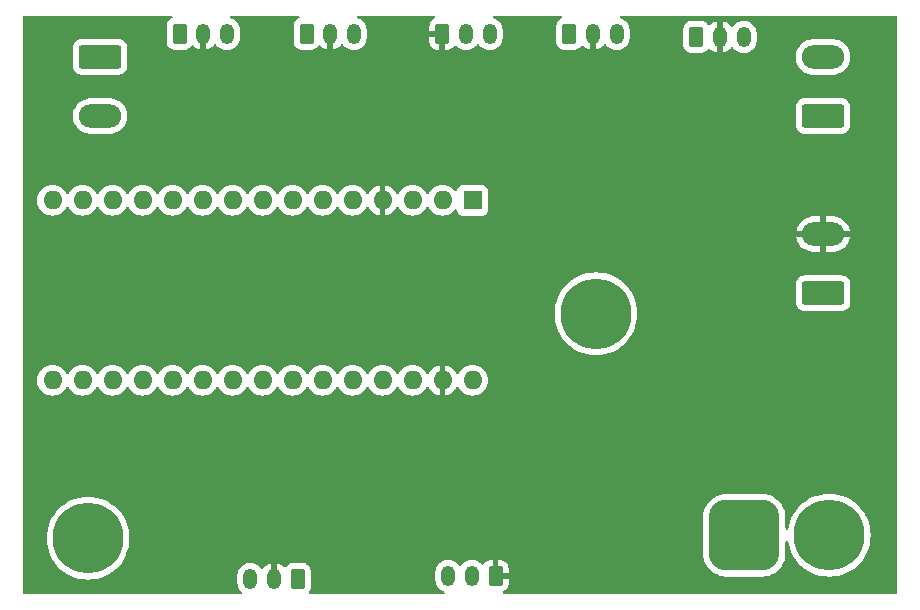
<source format=gbl>
%TF.GenerationSoftware,KiCad,Pcbnew,8.0.1*%
%TF.CreationDate,2024-07-20T14:45:51-04:00*%
%TF.ProjectId,musubwi,6d757375-6277-4692-9e6b-696361645f70,rev?*%
%TF.SameCoordinates,Original*%
%TF.FileFunction,Copper,L2,Bot*%
%TF.FilePolarity,Positive*%
%FSLAX46Y46*%
G04 Gerber Fmt 4.6, Leading zero omitted, Abs format (unit mm)*
G04 Created by KiCad (PCBNEW 8.0.1) date 2024-07-20 14:45:51*
%MOMM*%
%LPD*%
G01*
G04 APERTURE LIST*
G04 Aperture macros list*
%AMRoundRect*
0 Rectangle with rounded corners*
0 $1 Rounding radius*
0 $2 $3 $4 $5 $6 $7 $8 $9 X,Y pos of 4 corners*
0 Add a 4 corners polygon primitive as box body*
4,1,4,$2,$3,$4,$5,$6,$7,$8,$9,$2,$3,0*
0 Add four circle primitives for the rounded corners*
1,1,$1+$1,$2,$3*
1,1,$1+$1,$4,$5*
1,1,$1+$1,$6,$7*
1,1,$1+$1,$8,$9*
0 Add four rect primitives between the rounded corners*
20,1,$1+$1,$2,$3,$4,$5,0*
20,1,$1+$1,$4,$5,$6,$7,0*
20,1,$1+$1,$6,$7,$8,$9,0*
20,1,$1+$1,$8,$9,$2,$3,0*%
G04 Aperture macros list end*
%TA.AperFunction,ComponentPad*%
%ADD10C,6.000000*%
%TD*%
%TA.AperFunction,ComponentPad*%
%ADD11O,1.600000X1.600000*%
%TD*%
%TA.AperFunction,ComponentPad*%
%ADD12R,1.600000X1.600000*%
%TD*%
%TA.AperFunction,ComponentPad*%
%ADD13O,1.200000X1.750000*%
%TD*%
%TA.AperFunction,ComponentPad*%
%ADD14RoundRect,0.250000X-0.350000X-0.625000X0.350000X-0.625000X0.350000X0.625000X-0.350000X0.625000X0*%
%TD*%
%TA.AperFunction,ComponentPad*%
%ADD15RoundRect,1.500000X-1.500000X-1.500000X1.500000X-1.500000X1.500000X1.500000X-1.500000X1.500000X0*%
%TD*%
%TA.AperFunction,ComponentPad*%
%ADD16O,3.600000X2.000000*%
%TD*%
%TA.AperFunction,ComponentPad*%
%ADD17RoundRect,0.250000X1.550000X-0.750000X1.550000X0.750000X-1.550000X0.750000X-1.550000X-0.750000X0*%
%TD*%
%TA.AperFunction,ComponentPad*%
%ADD18RoundRect,0.250000X0.350000X0.625000X-0.350000X0.625000X-0.350000X-0.625000X0.350000X-0.625000X0*%
%TD*%
%TA.AperFunction,ComponentPad*%
%ADD19RoundRect,0.250000X-1.550000X0.750000X-1.550000X-0.750000X1.550000X-0.750000X1.550000X0.750000X0*%
%TD*%
%TA.AperFunction,ViaPad*%
%ADD20C,0.600000*%
%TD*%
%TA.AperFunction,Conductor*%
%ADD21C,0.200000*%
%TD*%
G04 APERTURE END LIST*
D10*
%TO.P,REF\u002A\u002A,1*%
%TO.N,N/C*%
X213500000Y-86500000D03*
%TD*%
%TO.P,REF\u002A\u002A,1*%
%TO.N,N/C*%
X170500000Y-105500000D03*
%TD*%
D11*
%TO.P,A1,30,VIN*%
%TO.N,+12V*%
X203050000Y-92130000D03*
%TO.P,A1,29,GND*%
%TO.N,GND*%
X200510000Y-92130000D03*
%TO.P,A1,28,~{RESET}*%
%TO.N,unconnected-(A1-~{RESET}-Pad28)*%
X197970000Y-92130000D03*
%TO.P,A1,27,+5V*%
%TO.N,+5V*%
X195430000Y-92130000D03*
%TO.P,A1,26,A7*%
%TO.N,unconnected-(A1-A7-Pad26)*%
X192890000Y-92130000D03*
%TO.P,A1,25,A6*%
%TO.N,unconnected-(A1-A6-Pad25)*%
X190350000Y-92130000D03*
%TO.P,A1,24,SCL/A5*%
%TO.N,Right_MD1*%
X187810000Y-92130000D03*
%TO.P,A1,23,SDA/A4*%
%TO.N,Right_MD2*%
X185270000Y-92130000D03*
%TO.P,A1,22,A3*%
%TO.N,Line_Back*%
X182730000Y-92130000D03*
%TO.P,A1,21,A2*%
%TO.N,Start_Mod*%
X180190000Y-92130000D03*
%TO.P,A1,20,A1*%
%TO.N,unconnected-(A1-A1-Pad20)*%
X177650000Y-92130000D03*
%TO.P,A1,19,A0*%
%TO.N,unconnected-(A1-A0-Pad19)*%
X175110000Y-92130000D03*
%TO.P,A1,18,AREF*%
%TO.N,unconnected-(A1-AREF-Pad18)*%
X172570000Y-92130000D03*
%TO.P,A1,17,3V3*%
%TO.N,+3.3V*%
X170030000Y-92130000D03*
%TO.P,A1,16,SCK*%
%TO.N,unconnected-(A1-SCK-Pad16)*%
X167490000Y-92130000D03*
%TO.P,A1,15,MISO*%
%TO.N,unconnected-(A1-MISO-Pad15)*%
X167490000Y-76890000D03*
%TO.P,A1,14,MOSI*%
%TO.N,unconnected-(A1-MOSI-Pad14)*%
X170030000Y-76890000D03*
%TO.P,A1,13,D10*%
%TO.N,Left_MD2*%
X172570000Y-76890000D03*
%TO.P,A1,12,D9*%
%TO.N,Left_MD1*%
X175110000Y-76890000D03*
%TO.P,A1,11,D8*%
%TO.N,DS_Left*%
X177650000Y-76890000D03*
%TO.P,A1,10,D7*%
%TO.N,DS_FrontLeft*%
X180190000Y-76890000D03*
%TO.P,A1,9,D6*%
%TO.N,Line_Front*%
X182730000Y-76890000D03*
%TO.P,A1,8,D5*%
%TO.N,DS_Right*%
X185270000Y-76890000D03*
%TO.P,A1,7,D4*%
%TO.N,unconnected-(A1-D4-Pad7)*%
X187810000Y-76890000D03*
%TO.P,A1,6,D3*%
%TO.N,unconnected-(A1-D3-Pad6)*%
X190350000Y-76890000D03*
%TO.P,A1,5,D2*%
%TO.N,DS_FrontRight*%
X192890000Y-76890000D03*
%TO.P,A1,4,GND*%
%TO.N,GND*%
X195430000Y-76890000D03*
%TO.P,A1,3,~{RESET}*%
%TO.N,unconnected-(A1-~{RESET}-Pad3)*%
X197970000Y-76890000D03*
%TO.P,A1,2,RX1*%
%TO.N,unconnected-(A1-RX1-Pad2)*%
X200510000Y-76890000D03*
D12*
%TO.P,A1,1,TX1*%
%TO.N,unconnected-(A1-TX1-Pad1)*%
X203050000Y-76890000D03*
%TD*%
D13*
%TO.P,J4,3,Pin_3*%
%TO.N,DS_FrontRight*%
X215250000Y-62800000D03*
%TO.P,J4,2,Pin_2*%
%TO.N,GND*%
X213250000Y-62800000D03*
D14*
%TO.P,J4,1,Pin_1*%
%TO.N,+3.3V*%
X211250000Y-62800000D03*
%TD*%
D13*
%TO.P,J1,3,Pin_3*%
%TO.N,DS_Left*%
X182250000Y-62800000D03*
%TO.P,J1,2,Pin_2*%
%TO.N,GND*%
X180250000Y-62800000D03*
D14*
%TO.P,J1,1,Pin_1*%
%TO.N,+3.3V*%
X178250000Y-62800000D03*
%TD*%
D10*
%TO.P,J8,2,Pin_2*%
%TO.N,Net-(J8-Pin_2)*%
X233250000Y-105250000D03*
D15*
%TO.P,J8,1,Pin_1*%
%TO.N,Net-(J8-Pin_1)*%
X226050000Y-105250000D03*
%TD*%
D16*
%TO.P,J11,2,Pin_2*%
%TO.N,GND*%
X232750000Y-79750000D03*
D17*
%TO.P,J11,1,Pin_1*%
%TO.N,+12V*%
X232750000Y-84750000D03*
%TD*%
D13*
%TO.P,J6,3,Pin_3*%
%TO.N,Line_Back*%
X201000000Y-108700000D03*
%TO.P,J6,2,Pin_2*%
%TO.N,+3.3V*%
X203000000Y-108700000D03*
D18*
%TO.P,J6,1,Pin_1*%
%TO.N,GND*%
X205000000Y-108700000D03*
%TD*%
D16*
%TO.P,J10,2,Pin_2*%
%TO.N,Left_MD2*%
X171527500Y-69750000D03*
D19*
%TO.P,J10,1,Pin_1*%
%TO.N,Left_MD1*%
X171527500Y-64750000D03*
%TD*%
D13*
%TO.P,J5,3,Pin_3*%
%TO.N,Line_Front*%
X204500000Y-62800000D03*
%TO.P,J5,2,Pin_2*%
%TO.N,+3.3V*%
X202500000Y-62800000D03*
D14*
%TO.P,J5,1,Pin_1*%
%TO.N,GND*%
X200500000Y-62800000D03*
%TD*%
D13*
%TO.P,J7,3,Pin_3*%
%TO.N,Start_Mod*%
X184250000Y-108950000D03*
%TO.P,J7,2,Pin_2*%
%TO.N,GND*%
X186250000Y-108950000D03*
D18*
%TO.P,J7,1,Pin_1*%
%TO.N,+3.3V*%
X188250000Y-108950000D03*
%TD*%
D13*
%TO.P,J2,3,Pin_3*%
%TO.N,DS_Right*%
X226000000Y-63050000D03*
%TO.P,J2,2,Pin_2*%
%TO.N,GND*%
X224000000Y-63050000D03*
D14*
%TO.P,J2,1,Pin_1*%
%TO.N,+3.3V*%
X222000000Y-63050000D03*
%TD*%
D16*
%TO.P,J9,2,Pin_2*%
%TO.N,Right_MD2*%
X232722500Y-64750000D03*
D17*
%TO.P,J9,1,Pin_1*%
%TO.N,Right_MD1*%
X232722500Y-69750000D03*
%TD*%
D13*
%TO.P,J3,3,Pin_3*%
%TO.N,DS_FrontLeft*%
X193000000Y-62800000D03*
%TO.P,J3,2,Pin_2*%
%TO.N,GND*%
X191000000Y-62800000D03*
D14*
%TO.P,J3,1,Pin_1*%
%TO.N,+3.3V*%
X189000000Y-62800000D03*
%TD*%
D20*
%TO.N,GND*%
X196500000Y-75250000D03*
X197000000Y-73500000D03*
%TD*%
D21*
%TO.N,GND*%
X196500000Y-75250000D02*
X196500000Y-74000000D01*
X196500000Y-74000000D02*
X197000000Y-73500000D01*
%TD*%
%TA.AperFunction,Conductor*%
%TO.N,GND*%
G36*
X177602606Y-61270185D02*
G01*
X177648361Y-61322989D01*
X177658305Y-61392147D01*
X177629280Y-61455703D01*
X177586015Y-61484576D01*
X177587209Y-61487136D01*
X177580663Y-61490187D01*
X177431342Y-61582289D01*
X177307289Y-61706342D01*
X177215187Y-61855663D01*
X177215185Y-61855668D01*
X177189332Y-61933689D01*
X177160001Y-62022203D01*
X177160001Y-62022204D01*
X177160000Y-62022204D01*
X177149500Y-62124983D01*
X177149500Y-63475001D01*
X177149501Y-63475018D01*
X177160000Y-63577796D01*
X177160001Y-63577799D01*
X177194087Y-63680663D01*
X177215186Y-63744334D01*
X177307288Y-63893656D01*
X177431344Y-64017712D01*
X177580666Y-64109814D01*
X177747203Y-64164999D01*
X177849991Y-64175500D01*
X178650008Y-64175499D01*
X178650016Y-64175498D01*
X178650019Y-64175498D01*
X178706302Y-64169748D01*
X178752797Y-64164999D01*
X178919334Y-64109814D01*
X179068656Y-64017712D01*
X179192712Y-63893656D01*
X179232581Y-63829016D01*
X179284525Y-63782294D01*
X179353488Y-63771071D01*
X179417570Y-63798914D01*
X179425799Y-63806434D01*
X179533397Y-63914032D01*
X179673475Y-64015804D01*
X179827744Y-64094408D01*
X179992415Y-64147914D01*
X179992414Y-64147914D01*
X179999999Y-64149115D01*
X180000000Y-64149114D01*
X180000000Y-63080330D01*
X180019745Y-63100075D01*
X180105255Y-63149444D01*
X180200630Y-63175000D01*
X180299370Y-63175000D01*
X180394745Y-63149444D01*
X180480255Y-63100075D01*
X180500000Y-63080330D01*
X180500000Y-64149115D01*
X180507584Y-64147914D01*
X180672255Y-64094408D01*
X180826524Y-64015804D01*
X180966602Y-63914032D01*
X181089036Y-63791598D01*
X181149371Y-63708552D01*
X181204700Y-63665886D01*
X181274313Y-63659905D01*
X181336109Y-63692510D01*
X181350008Y-63708550D01*
X181361966Y-63725008D01*
X181410586Y-63791928D01*
X181533072Y-63914414D01*
X181673212Y-64016232D01*
X181827555Y-64094873D01*
X181992299Y-64148402D01*
X182163389Y-64175500D01*
X182163390Y-64175500D01*
X182336610Y-64175500D01*
X182336611Y-64175500D01*
X182507701Y-64148402D01*
X182672445Y-64094873D01*
X182826788Y-64016232D01*
X182966928Y-63914414D01*
X183089414Y-63791928D01*
X183191232Y-63651788D01*
X183269873Y-63497445D01*
X183323402Y-63332701D01*
X183350500Y-63161611D01*
X183350500Y-62438389D01*
X183323402Y-62267299D01*
X183269873Y-62102555D01*
X183191232Y-61948212D01*
X183089414Y-61808072D01*
X182966928Y-61685586D01*
X182826788Y-61583768D01*
X182672445Y-61505127D01*
X182633369Y-61492430D01*
X182575694Y-61452993D01*
X182548496Y-61388635D01*
X182560411Y-61319788D01*
X182607655Y-61268313D01*
X182671688Y-61250500D01*
X188285567Y-61250500D01*
X188352606Y-61270185D01*
X188398361Y-61322989D01*
X188408305Y-61392147D01*
X188379280Y-61455703D01*
X188336015Y-61484576D01*
X188337209Y-61487136D01*
X188330663Y-61490187D01*
X188181342Y-61582289D01*
X188057289Y-61706342D01*
X187965187Y-61855663D01*
X187965185Y-61855668D01*
X187939332Y-61933689D01*
X187910001Y-62022203D01*
X187910001Y-62022204D01*
X187910000Y-62022204D01*
X187899500Y-62124983D01*
X187899500Y-63475001D01*
X187899501Y-63475018D01*
X187910000Y-63577796D01*
X187910001Y-63577799D01*
X187944087Y-63680663D01*
X187965186Y-63744334D01*
X188057288Y-63893656D01*
X188181344Y-64017712D01*
X188330666Y-64109814D01*
X188497203Y-64164999D01*
X188599991Y-64175500D01*
X189400008Y-64175499D01*
X189400016Y-64175498D01*
X189400019Y-64175498D01*
X189456302Y-64169748D01*
X189502797Y-64164999D01*
X189669334Y-64109814D01*
X189818656Y-64017712D01*
X189942712Y-63893656D01*
X189982581Y-63829016D01*
X190034525Y-63782294D01*
X190103488Y-63771071D01*
X190167570Y-63798914D01*
X190175799Y-63806434D01*
X190283397Y-63914032D01*
X190423475Y-64015804D01*
X190577744Y-64094408D01*
X190742415Y-64147914D01*
X190742414Y-64147914D01*
X190749999Y-64149115D01*
X190750000Y-64149114D01*
X190750000Y-63080330D01*
X190769745Y-63100075D01*
X190855255Y-63149444D01*
X190950630Y-63175000D01*
X191049370Y-63175000D01*
X191144745Y-63149444D01*
X191230255Y-63100075D01*
X191250000Y-63080330D01*
X191250000Y-64149115D01*
X191257584Y-64147914D01*
X191422255Y-64094408D01*
X191576524Y-64015804D01*
X191716602Y-63914032D01*
X191839036Y-63791598D01*
X191899371Y-63708552D01*
X191954700Y-63665886D01*
X192024313Y-63659905D01*
X192086109Y-63692510D01*
X192100008Y-63708550D01*
X192111966Y-63725008D01*
X192160586Y-63791928D01*
X192283072Y-63914414D01*
X192423212Y-64016232D01*
X192577555Y-64094873D01*
X192742299Y-64148402D01*
X192913389Y-64175500D01*
X192913390Y-64175500D01*
X193086610Y-64175500D01*
X193086611Y-64175500D01*
X193257701Y-64148402D01*
X193422445Y-64094873D01*
X193576788Y-64016232D01*
X193716928Y-63914414D01*
X193839414Y-63791928D01*
X193941232Y-63651788D01*
X194019873Y-63497445D01*
X194073402Y-63332701D01*
X194100500Y-63161611D01*
X194100500Y-62438389D01*
X194073402Y-62267299D01*
X194019873Y-62102555D01*
X193941232Y-61948212D01*
X193839414Y-61808072D01*
X193716928Y-61685586D01*
X193576788Y-61583768D01*
X193422445Y-61505127D01*
X193383369Y-61492430D01*
X193325694Y-61452993D01*
X193298496Y-61388635D01*
X193310411Y-61319788D01*
X193357655Y-61268313D01*
X193421688Y-61250500D01*
X199787156Y-61250500D01*
X199854195Y-61270185D01*
X199899950Y-61322989D01*
X199909894Y-61392147D01*
X199880869Y-61455703D01*
X199836389Y-61485378D01*
X199837421Y-61487592D01*
X199830875Y-61490643D01*
X199681654Y-61582684D01*
X199557684Y-61706654D01*
X199465643Y-61855875D01*
X199465641Y-61855880D01*
X199410494Y-62022302D01*
X199410493Y-62022309D01*
X199400000Y-62125013D01*
X199400000Y-62550000D01*
X200219670Y-62550000D01*
X200199925Y-62569745D01*
X200150556Y-62655255D01*
X200125000Y-62750630D01*
X200125000Y-62849370D01*
X200150556Y-62944745D01*
X200199925Y-63030255D01*
X200219670Y-63050000D01*
X199400001Y-63050000D01*
X199400001Y-63474986D01*
X199410494Y-63577697D01*
X199465641Y-63744119D01*
X199465643Y-63744124D01*
X199557684Y-63893345D01*
X199681654Y-64017315D01*
X199830875Y-64109356D01*
X199830880Y-64109358D01*
X199997302Y-64164505D01*
X199997309Y-64164506D01*
X200100019Y-64174999D01*
X200249999Y-64174999D01*
X200250000Y-64174998D01*
X200250000Y-63080330D01*
X200269745Y-63100075D01*
X200355255Y-63149444D01*
X200450630Y-63175000D01*
X200549370Y-63175000D01*
X200644745Y-63149444D01*
X200730255Y-63100075D01*
X200750000Y-63080330D01*
X200750000Y-64174999D01*
X200899972Y-64174999D01*
X200899986Y-64174998D01*
X201002697Y-64164505D01*
X201169119Y-64109358D01*
X201169124Y-64109356D01*
X201318345Y-64017315D01*
X201442315Y-63893345D01*
X201481945Y-63829094D01*
X201533893Y-63782368D01*
X201602855Y-63771145D01*
X201666937Y-63798988D01*
X201675166Y-63806508D01*
X201783072Y-63914414D01*
X201923212Y-64016232D01*
X202077555Y-64094873D01*
X202242299Y-64148402D01*
X202413389Y-64175500D01*
X202413390Y-64175500D01*
X202586610Y-64175500D01*
X202586611Y-64175500D01*
X202757701Y-64148402D01*
X202922445Y-64094873D01*
X203076788Y-64016232D01*
X203216928Y-63914414D01*
X203339414Y-63791928D01*
X203399682Y-63708975D01*
X203455012Y-63666311D01*
X203524626Y-63660332D01*
X203586421Y-63692938D01*
X203600315Y-63708973D01*
X203660586Y-63791928D01*
X203783072Y-63914414D01*
X203923212Y-64016232D01*
X204077555Y-64094873D01*
X204242299Y-64148402D01*
X204413389Y-64175500D01*
X204413390Y-64175500D01*
X204586610Y-64175500D01*
X204586611Y-64175500D01*
X204757701Y-64148402D01*
X204922445Y-64094873D01*
X205076788Y-64016232D01*
X205216928Y-63914414D01*
X205339414Y-63791928D01*
X205441232Y-63651788D01*
X205519873Y-63497445D01*
X205573402Y-63332701D01*
X205600500Y-63161611D01*
X205600500Y-62438389D01*
X205573402Y-62267299D01*
X205519873Y-62102555D01*
X205441232Y-61948212D01*
X205339414Y-61808072D01*
X205216928Y-61685586D01*
X205076788Y-61583768D01*
X204922445Y-61505127D01*
X204883369Y-61492430D01*
X204825694Y-61452993D01*
X204798496Y-61388635D01*
X204810411Y-61319788D01*
X204857655Y-61268313D01*
X204921688Y-61250500D01*
X210535567Y-61250500D01*
X210602606Y-61270185D01*
X210648361Y-61322989D01*
X210658305Y-61392147D01*
X210629280Y-61455703D01*
X210586015Y-61484576D01*
X210587209Y-61487136D01*
X210580663Y-61490187D01*
X210431342Y-61582289D01*
X210307289Y-61706342D01*
X210215187Y-61855663D01*
X210215185Y-61855668D01*
X210189332Y-61933689D01*
X210160001Y-62022203D01*
X210160001Y-62022204D01*
X210160000Y-62022204D01*
X210149500Y-62124983D01*
X210149500Y-63475001D01*
X210149501Y-63475018D01*
X210160000Y-63577796D01*
X210160001Y-63577799D01*
X210194087Y-63680663D01*
X210215186Y-63744334D01*
X210307288Y-63893656D01*
X210431344Y-64017712D01*
X210580666Y-64109814D01*
X210747203Y-64164999D01*
X210849991Y-64175500D01*
X211650008Y-64175499D01*
X211650016Y-64175498D01*
X211650019Y-64175498D01*
X211706302Y-64169748D01*
X211752797Y-64164999D01*
X211919334Y-64109814D01*
X212068656Y-64017712D01*
X212192712Y-63893656D01*
X212232581Y-63829016D01*
X212284525Y-63782294D01*
X212353488Y-63771071D01*
X212417570Y-63798914D01*
X212425799Y-63806434D01*
X212533397Y-63914032D01*
X212673475Y-64015804D01*
X212827744Y-64094408D01*
X212992415Y-64147914D01*
X212992414Y-64147914D01*
X212999999Y-64149115D01*
X213000000Y-64149114D01*
X213000000Y-63080330D01*
X213019745Y-63100075D01*
X213105255Y-63149444D01*
X213200630Y-63175000D01*
X213299370Y-63175000D01*
X213394745Y-63149444D01*
X213480255Y-63100075D01*
X213500000Y-63080330D01*
X213500000Y-64149115D01*
X213507584Y-64147914D01*
X213672255Y-64094408D01*
X213826524Y-64015804D01*
X213966602Y-63914032D01*
X214089036Y-63791598D01*
X214149371Y-63708552D01*
X214204700Y-63665886D01*
X214274313Y-63659905D01*
X214336109Y-63692510D01*
X214350008Y-63708550D01*
X214361966Y-63725008D01*
X214410586Y-63791928D01*
X214533072Y-63914414D01*
X214673212Y-64016232D01*
X214827555Y-64094873D01*
X214992299Y-64148402D01*
X215163389Y-64175500D01*
X215163390Y-64175500D01*
X215336610Y-64175500D01*
X215336611Y-64175500D01*
X215507701Y-64148402D01*
X215672445Y-64094873D01*
X215826788Y-64016232D01*
X215966928Y-63914414D01*
X216089414Y-63791928D01*
X216138039Y-63725001D01*
X220899500Y-63725001D01*
X220899501Y-63725018D01*
X220910000Y-63827796D01*
X220910001Y-63827799D01*
X220965185Y-63994331D01*
X220965187Y-63994336D01*
X220981677Y-64021071D01*
X221057288Y-64143656D01*
X221181344Y-64267712D01*
X221330666Y-64359814D01*
X221497203Y-64414999D01*
X221599991Y-64425500D01*
X222400008Y-64425499D01*
X222400016Y-64425498D01*
X222400019Y-64425498D01*
X222456302Y-64419748D01*
X222502797Y-64414999D01*
X222669334Y-64359814D01*
X222818656Y-64267712D01*
X222942712Y-64143656D01*
X222982581Y-64079016D01*
X223034525Y-64032294D01*
X223103488Y-64021071D01*
X223167570Y-64048914D01*
X223175799Y-64056434D01*
X223283397Y-64164032D01*
X223423475Y-64265804D01*
X223577744Y-64344408D01*
X223742415Y-64397914D01*
X223742414Y-64397914D01*
X223749999Y-64399115D01*
X223750000Y-64399114D01*
X223750000Y-63330330D01*
X223769745Y-63350075D01*
X223855255Y-63399444D01*
X223950630Y-63425000D01*
X224049370Y-63425000D01*
X224144745Y-63399444D01*
X224230255Y-63350075D01*
X224250000Y-63330330D01*
X224250000Y-64399115D01*
X224257584Y-64397914D01*
X224422255Y-64344408D01*
X224576524Y-64265804D01*
X224716602Y-64164032D01*
X224839036Y-64041598D01*
X224899371Y-63958552D01*
X224954700Y-63915886D01*
X225024313Y-63909905D01*
X225086109Y-63942510D01*
X225100008Y-63958550D01*
X225103652Y-63963566D01*
X225160586Y-64041928D01*
X225283072Y-64164414D01*
X225423212Y-64266232D01*
X225577555Y-64344873D01*
X225742299Y-64398402D01*
X225913389Y-64425500D01*
X225913390Y-64425500D01*
X226086610Y-64425500D01*
X226086611Y-64425500D01*
X226257701Y-64398402D01*
X226422445Y-64344873D01*
X226576788Y-64266232D01*
X226716928Y-64164414D01*
X226839414Y-64041928D01*
X226941232Y-63901788D01*
X227019873Y-63747445D01*
X227073402Y-63582701D01*
X227100500Y-63411611D01*
X227100500Y-62688389D01*
X227073402Y-62517299D01*
X227019873Y-62352555D01*
X226941232Y-62198212D01*
X226839414Y-62058072D01*
X226716928Y-61935586D01*
X226576788Y-61833768D01*
X226422445Y-61755127D01*
X226257701Y-61701598D01*
X226257699Y-61701597D01*
X226257698Y-61701597D01*
X226126271Y-61680781D01*
X226086611Y-61674500D01*
X225913389Y-61674500D01*
X225873728Y-61680781D01*
X225742302Y-61701597D01*
X225577552Y-61755128D01*
X225423211Y-61833768D01*
X225343824Y-61891447D01*
X225283072Y-61935586D01*
X225283070Y-61935588D01*
X225283069Y-61935588D01*
X225160585Y-62058072D01*
X225100007Y-62141450D01*
X225044677Y-62184115D01*
X224975063Y-62190093D01*
X224913269Y-62157486D01*
X224899371Y-62141447D01*
X224839036Y-62058401D01*
X224716602Y-61935967D01*
X224576524Y-61834195D01*
X224422257Y-61755591D01*
X224257589Y-61702087D01*
X224257581Y-61702085D01*
X224250000Y-61700884D01*
X224250000Y-62769670D01*
X224230255Y-62749925D01*
X224144745Y-62700556D01*
X224049370Y-62675000D01*
X223950630Y-62675000D01*
X223855255Y-62700556D01*
X223769745Y-62749925D01*
X223750000Y-62769670D01*
X223750000Y-61700884D01*
X223749999Y-61700884D01*
X223742418Y-61702085D01*
X223742410Y-61702087D01*
X223577742Y-61755591D01*
X223423475Y-61834195D01*
X223283401Y-61935964D01*
X223175799Y-62043566D01*
X223114476Y-62077050D01*
X223044784Y-62072066D01*
X222988851Y-62030194D01*
X222982585Y-62020988D01*
X222942712Y-61956344D01*
X222818656Y-61832288D01*
X222693559Y-61755128D01*
X222669336Y-61740187D01*
X222669331Y-61740185D01*
X222667862Y-61739698D01*
X222502797Y-61685001D01*
X222502795Y-61685000D01*
X222400010Y-61674500D01*
X221599998Y-61674500D01*
X221599980Y-61674501D01*
X221497203Y-61685000D01*
X221497200Y-61685001D01*
X221330668Y-61740185D01*
X221330663Y-61740187D01*
X221181342Y-61832289D01*
X221057289Y-61956342D01*
X220965187Y-62105663D01*
X220965185Y-62105668D01*
X220939191Y-62184115D01*
X220910001Y-62272203D01*
X220910001Y-62272204D01*
X220910000Y-62272204D01*
X220899500Y-62374983D01*
X220899500Y-63725001D01*
X216138039Y-63725001D01*
X216191232Y-63651788D01*
X216269873Y-63497445D01*
X216323402Y-63332701D01*
X216350500Y-63161611D01*
X216350500Y-62438389D01*
X216323402Y-62267299D01*
X216269873Y-62102555D01*
X216191232Y-61948212D01*
X216089414Y-61808072D01*
X215966928Y-61685586D01*
X215826788Y-61583768D01*
X215672445Y-61505127D01*
X215633369Y-61492430D01*
X215575694Y-61452993D01*
X215548496Y-61388635D01*
X215560411Y-61319788D01*
X215607655Y-61268313D01*
X215671688Y-61250500D01*
X238875500Y-61250500D01*
X238942539Y-61270185D01*
X238988294Y-61322989D01*
X238999500Y-61374500D01*
X238999500Y-110125500D01*
X238979815Y-110192539D01*
X238927011Y-110238294D01*
X238875500Y-110249500D01*
X205712844Y-110249500D01*
X205645805Y-110229815D01*
X205600050Y-110177011D01*
X205590106Y-110107853D01*
X205619131Y-110044297D01*
X205663610Y-110014621D01*
X205662579Y-110012408D01*
X205669124Y-110009356D01*
X205818345Y-109917315D01*
X205942315Y-109793345D01*
X206034356Y-109644124D01*
X206034358Y-109644119D01*
X206089505Y-109477697D01*
X206089506Y-109477690D01*
X206099999Y-109374986D01*
X206100000Y-109374973D01*
X206100000Y-108950000D01*
X205280330Y-108950000D01*
X205300075Y-108930255D01*
X205349444Y-108844745D01*
X205375000Y-108749370D01*
X205375000Y-108650630D01*
X205349444Y-108555255D01*
X205300075Y-108469745D01*
X205280330Y-108450000D01*
X206099999Y-108450000D01*
X206099999Y-108025028D01*
X206099998Y-108025013D01*
X206089505Y-107922302D01*
X206034358Y-107755880D01*
X206034356Y-107755875D01*
X205942315Y-107606654D01*
X205818345Y-107482684D01*
X205669124Y-107390643D01*
X205669119Y-107390641D01*
X205502697Y-107335494D01*
X205502690Y-107335493D01*
X205399986Y-107325000D01*
X205250000Y-107325000D01*
X205250000Y-108419670D01*
X205230255Y-108399925D01*
X205144745Y-108350556D01*
X205049370Y-108325000D01*
X204950630Y-108325000D01*
X204855255Y-108350556D01*
X204769745Y-108399925D01*
X204750000Y-108419670D01*
X204750000Y-107325000D01*
X204600027Y-107325000D01*
X204600012Y-107325001D01*
X204497302Y-107335494D01*
X204330880Y-107390641D01*
X204330875Y-107390643D01*
X204181654Y-107482684D01*
X204057684Y-107606654D01*
X204018053Y-107670907D01*
X203966105Y-107717631D01*
X203897142Y-107728853D01*
X203833060Y-107701010D01*
X203824833Y-107693491D01*
X203716930Y-107585588D01*
X203716928Y-107585586D01*
X203576788Y-107483768D01*
X203422445Y-107405127D01*
X203257701Y-107351598D01*
X203257699Y-107351597D01*
X203257698Y-107351597D01*
X203126271Y-107330781D01*
X203086611Y-107324500D01*
X202913389Y-107324500D01*
X202873728Y-107330781D01*
X202742302Y-107351597D01*
X202577552Y-107405128D01*
X202423211Y-107483768D01*
X202343256Y-107541859D01*
X202283072Y-107585586D01*
X202283070Y-107585588D01*
X202283069Y-107585588D01*
X202160588Y-107708069D01*
X202160581Y-107708078D01*
X202100317Y-107791023D01*
X202044987Y-107833689D01*
X201975374Y-107839667D01*
X201913579Y-107807061D01*
X201899683Y-107791023D01*
X201839418Y-107708078D01*
X201839414Y-107708072D01*
X201716928Y-107585586D01*
X201576788Y-107483768D01*
X201422445Y-107405127D01*
X201257701Y-107351598D01*
X201257699Y-107351597D01*
X201257698Y-107351597D01*
X201126271Y-107330781D01*
X201086611Y-107324500D01*
X200913389Y-107324500D01*
X200873728Y-107330781D01*
X200742302Y-107351597D01*
X200577552Y-107405128D01*
X200423211Y-107483768D01*
X200343256Y-107541859D01*
X200283072Y-107585586D01*
X200283070Y-107585588D01*
X200283069Y-107585588D01*
X200160588Y-107708069D01*
X200160588Y-107708070D01*
X200160586Y-107708072D01*
X200125855Y-107755875D01*
X200058768Y-107848211D01*
X199980128Y-108002552D01*
X199926597Y-108167302D01*
X199899500Y-108338389D01*
X199899500Y-109061610D01*
X199921418Y-109200000D01*
X199926598Y-109232701D01*
X199980127Y-109397445D01*
X200058768Y-109551788D01*
X200160586Y-109691928D01*
X200283072Y-109814414D01*
X200423212Y-109916232D01*
X200577555Y-109994873D01*
X200616630Y-110007569D01*
X200674306Y-110047007D01*
X200701504Y-110111365D01*
X200689589Y-110180212D01*
X200642345Y-110231687D01*
X200578312Y-110249500D01*
X189286077Y-110249500D01*
X189219038Y-110229815D01*
X189173283Y-110177011D01*
X189163339Y-110107853D01*
X189188812Y-110048587D01*
X189192704Y-110043663D01*
X189192712Y-110043656D01*
X189284814Y-109894334D01*
X189339999Y-109727797D01*
X189350500Y-109625009D01*
X189350499Y-108274992D01*
X189349554Y-108265745D01*
X189339999Y-108172203D01*
X189339998Y-108172200D01*
X189317712Y-108104945D01*
X189284814Y-108005666D01*
X189192712Y-107856344D01*
X189068656Y-107732288D01*
X188943559Y-107655128D01*
X188919336Y-107640187D01*
X188919331Y-107640185D01*
X188917862Y-107639698D01*
X188752797Y-107585001D01*
X188752795Y-107585000D01*
X188650010Y-107574500D01*
X187849998Y-107574500D01*
X187849980Y-107574501D01*
X187747203Y-107585000D01*
X187747200Y-107585001D01*
X187580668Y-107640185D01*
X187580663Y-107640187D01*
X187431342Y-107732289D01*
X187307289Y-107856342D01*
X187267420Y-107920981D01*
X187215472Y-107967705D01*
X187146509Y-107978928D01*
X187082427Y-107951084D01*
X187074200Y-107943565D01*
X186966602Y-107835967D01*
X186826524Y-107734195D01*
X186672257Y-107655591D01*
X186507589Y-107602087D01*
X186507581Y-107602085D01*
X186500000Y-107600884D01*
X186500000Y-108669670D01*
X186480255Y-108649925D01*
X186394745Y-108600556D01*
X186299370Y-108575000D01*
X186200630Y-108575000D01*
X186105255Y-108600556D01*
X186019745Y-108649925D01*
X186000000Y-108669670D01*
X186000000Y-107600884D01*
X185999999Y-107600884D01*
X185992418Y-107602085D01*
X185992410Y-107602087D01*
X185827742Y-107655591D01*
X185673475Y-107734195D01*
X185533397Y-107835967D01*
X185410965Y-107958399D01*
X185410961Y-107958404D01*
X185350627Y-108041448D01*
X185295297Y-108084114D01*
X185225684Y-108090093D01*
X185163889Y-108057488D01*
X185149991Y-108041449D01*
X185149990Y-108041448D01*
X185089414Y-107958072D01*
X184966928Y-107835586D01*
X184826788Y-107733768D01*
X184672445Y-107655127D01*
X184507701Y-107601598D01*
X184507699Y-107601597D01*
X184507698Y-107601597D01*
X184376271Y-107580781D01*
X184336611Y-107574500D01*
X184163389Y-107574500D01*
X184123728Y-107580781D01*
X183992302Y-107601597D01*
X183827552Y-107655128D01*
X183673211Y-107733768D01*
X183593256Y-107791859D01*
X183533072Y-107835586D01*
X183533070Y-107835588D01*
X183533069Y-107835588D01*
X183410588Y-107958069D01*
X183410588Y-107958070D01*
X183410586Y-107958072D01*
X183378269Y-108002552D01*
X183308768Y-108098211D01*
X183230128Y-108252552D01*
X183176597Y-108417302D01*
X183168291Y-108469745D01*
X183149500Y-108588389D01*
X183149500Y-109311611D01*
X183176598Y-109482701D01*
X183230127Y-109647445D01*
X183308768Y-109801788D01*
X183410586Y-109941928D01*
X183410588Y-109941930D01*
X183506477Y-110037819D01*
X183539962Y-110099142D01*
X183534978Y-110168834D01*
X183493106Y-110224767D01*
X183427642Y-110249184D01*
X183418796Y-110249500D01*
X165124500Y-110249500D01*
X165057461Y-110229815D01*
X165011706Y-110177011D01*
X165000500Y-110125500D01*
X165000500Y-105500000D01*
X166994696Y-105500000D01*
X167013898Y-105866405D01*
X167071294Y-106228788D01*
X167071294Y-106228790D01*
X167166260Y-106583206D01*
X167297746Y-106925739D01*
X167464320Y-107252656D01*
X167664147Y-107560364D01*
X167863919Y-107807061D01*
X167895051Y-107845506D01*
X168154494Y-108104949D01*
X168237542Y-108172200D01*
X168439635Y-108335852D01*
X168747343Y-108535679D01*
X168747348Y-108535682D01*
X169074264Y-108702255D01*
X169416801Y-108833742D01*
X169771206Y-108928705D01*
X170133596Y-108986102D01*
X170479734Y-109004241D01*
X170499999Y-109005304D01*
X170500000Y-109005304D01*
X170500001Y-109005304D01*
X170519203Y-109004297D01*
X170866404Y-108986102D01*
X171228794Y-108928705D01*
X171583199Y-108833742D01*
X171925736Y-108702255D01*
X172252652Y-108535682D01*
X172560366Y-108335851D01*
X172845506Y-108104949D01*
X173104949Y-107845506D01*
X173335851Y-107560366D01*
X173535682Y-107252652D01*
X173702255Y-106925736D01*
X173742286Y-106821450D01*
X222549500Y-106821450D01*
X222564804Y-107035433D01*
X222625628Y-107315037D01*
X222625630Y-107315043D01*
X222625631Y-107315046D01*
X222659230Y-107405127D01*
X222725635Y-107583166D01*
X222862770Y-107834309D01*
X222862775Y-107834317D01*
X223034254Y-108063387D01*
X223034270Y-108063405D01*
X223236594Y-108265729D01*
X223236612Y-108265745D01*
X223465682Y-108437224D01*
X223465690Y-108437229D01*
X223716833Y-108574364D01*
X223716832Y-108574364D01*
X223716836Y-108574365D01*
X223716839Y-108574367D01*
X223984954Y-108674369D01*
X223984960Y-108674370D01*
X223984962Y-108674371D01*
X224264566Y-108735195D01*
X224264568Y-108735195D01*
X224264572Y-108735196D01*
X224478552Y-108750500D01*
X227621448Y-108750500D01*
X227835428Y-108735196D01*
X227906456Y-108719745D01*
X228115037Y-108674371D01*
X228115037Y-108674370D01*
X228115046Y-108674369D01*
X228383161Y-108574367D01*
X228634315Y-108437226D01*
X228863395Y-108265739D01*
X229065739Y-108063395D01*
X229237226Y-107834315D01*
X229374367Y-107583161D01*
X229474369Y-107315046D01*
X229535196Y-107035428D01*
X229550500Y-106821448D01*
X229550500Y-105844629D01*
X229570185Y-105777590D01*
X229622989Y-105731835D01*
X229692147Y-105721891D01*
X229755703Y-105750916D01*
X229793477Y-105809694D01*
X229796973Y-105825231D01*
X229821294Y-105978788D01*
X229821294Y-105978790D01*
X229916260Y-106333206D01*
X230047746Y-106675739D01*
X230214320Y-107002656D01*
X230414147Y-107310364D01*
X230425594Y-107324500D01*
X230645051Y-107595506D01*
X230904494Y-107854949D01*
X231031838Y-107958070D01*
X231189635Y-108085852D01*
X231480896Y-108274998D01*
X231497348Y-108285682D01*
X231824264Y-108452255D01*
X232166801Y-108583742D01*
X232521206Y-108678705D01*
X232883596Y-108736102D01*
X233229734Y-108754241D01*
X233249999Y-108755304D01*
X233250000Y-108755304D01*
X233250001Y-108755304D01*
X233269203Y-108754297D01*
X233616404Y-108736102D01*
X233978794Y-108678705D01*
X234333199Y-108583742D01*
X234675736Y-108452255D01*
X235002652Y-108285682D01*
X235310366Y-108085851D01*
X235595506Y-107854949D01*
X235854949Y-107595506D01*
X236085851Y-107310366D01*
X236285682Y-107002652D01*
X236452255Y-106675736D01*
X236583742Y-106333199D01*
X236678705Y-105978794D01*
X236736102Y-105616404D01*
X236755304Y-105250000D01*
X236736102Y-104883596D01*
X236678705Y-104521206D01*
X236583742Y-104166801D01*
X236452255Y-103824264D01*
X236285682Y-103497348D01*
X236248203Y-103439635D01*
X236085852Y-103189635D01*
X235854952Y-102904498D01*
X235854949Y-102904494D01*
X235595506Y-102645051D01*
X235372320Y-102464318D01*
X235310364Y-102414147D01*
X235002656Y-102214320D01*
X234675739Y-102047746D01*
X234333206Y-101916260D01*
X234333199Y-101916258D01*
X233978794Y-101821295D01*
X233978790Y-101821294D01*
X233978789Y-101821294D01*
X233616405Y-101763898D01*
X233250001Y-101744696D01*
X233249999Y-101744696D01*
X232883594Y-101763898D01*
X232521211Y-101821294D01*
X232521209Y-101821294D01*
X232166793Y-101916260D01*
X231824260Y-102047746D01*
X231497343Y-102214320D01*
X231189635Y-102414147D01*
X230904498Y-102645047D01*
X230904490Y-102645054D01*
X230645054Y-102904490D01*
X230645047Y-102904498D01*
X230414147Y-103189635D01*
X230214320Y-103497343D01*
X230047746Y-103824260D01*
X229916260Y-104166793D01*
X229821294Y-104521209D01*
X229821294Y-104521211D01*
X229796973Y-104674768D01*
X229767044Y-104737903D01*
X229707732Y-104774834D01*
X229637870Y-104773836D01*
X229579637Y-104735226D01*
X229551523Y-104671262D01*
X229550500Y-104655370D01*
X229550500Y-103678552D01*
X229535196Y-103464572D01*
X229529771Y-103439635D01*
X229474371Y-103184962D01*
X229474370Y-103184960D01*
X229474369Y-103184954D01*
X229374367Y-102916839D01*
X229367628Y-102904498D01*
X229237229Y-102665690D01*
X229237224Y-102665682D01*
X229065745Y-102436612D01*
X229065729Y-102436594D01*
X228863405Y-102234270D01*
X228863387Y-102234254D01*
X228634317Y-102062775D01*
X228634309Y-102062770D01*
X228383166Y-101925635D01*
X228383167Y-101925635D01*
X228275915Y-101885632D01*
X228115046Y-101825631D01*
X228115043Y-101825630D01*
X228115037Y-101825628D01*
X227835433Y-101764804D01*
X227621450Y-101749500D01*
X227621448Y-101749500D01*
X224478552Y-101749500D01*
X224478549Y-101749500D01*
X224264566Y-101764804D01*
X223984962Y-101825628D01*
X223716833Y-101925635D01*
X223465690Y-102062770D01*
X223465682Y-102062775D01*
X223236612Y-102234254D01*
X223236594Y-102234270D01*
X223034270Y-102436594D01*
X223034254Y-102436612D01*
X222862775Y-102665682D01*
X222862770Y-102665690D01*
X222725635Y-102916833D01*
X222625628Y-103184962D01*
X222564804Y-103464566D01*
X222549500Y-103678549D01*
X222549500Y-106821450D01*
X173742286Y-106821450D01*
X173833742Y-106583199D01*
X173928705Y-106228794D01*
X173986102Y-105866404D01*
X174005304Y-105500000D01*
X173986102Y-105133596D01*
X173928705Y-104771206D01*
X173833742Y-104416801D01*
X173702255Y-104074264D01*
X173535682Y-103747348D01*
X173335851Y-103439634D01*
X173104949Y-103154494D01*
X172845506Y-102895051D01*
X172562263Y-102665685D01*
X172560364Y-102664147D01*
X172252656Y-102464320D01*
X171925739Y-102297746D01*
X171583206Y-102166260D01*
X171583199Y-102166258D01*
X171228794Y-102071295D01*
X171228790Y-102071294D01*
X171228789Y-102071294D01*
X170866405Y-102013898D01*
X170500001Y-101994696D01*
X170499999Y-101994696D01*
X170133594Y-102013898D01*
X169771211Y-102071294D01*
X169771209Y-102071294D01*
X169416793Y-102166260D01*
X169074260Y-102297746D01*
X168747343Y-102464320D01*
X168439635Y-102664147D01*
X168154498Y-102895047D01*
X168154490Y-102895054D01*
X167895054Y-103154490D01*
X167895047Y-103154498D01*
X167664147Y-103439635D01*
X167464320Y-103747343D01*
X167297746Y-104074260D01*
X167166260Y-104416793D01*
X167071294Y-104771209D01*
X167071294Y-104771211D01*
X167013898Y-105133594D01*
X166994696Y-105499999D01*
X166994696Y-105500000D01*
X165000500Y-105500000D01*
X165000500Y-92130001D01*
X166184532Y-92130001D01*
X166204364Y-92356686D01*
X166204366Y-92356697D01*
X166263258Y-92576488D01*
X166263261Y-92576497D01*
X166359431Y-92782732D01*
X166359432Y-92782734D01*
X166489954Y-92969141D01*
X166650858Y-93130045D01*
X166650861Y-93130047D01*
X166837266Y-93260568D01*
X167043504Y-93356739D01*
X167263308Y-93415635D01*
X167425230Y-93429801D01*
X167489998Y-93435468D01*
X167490000Y-93435468D01*
X167490002Y-93435468D01*
X167546673Y-93430509D01*
X167716692Y-93415635D01*
X167936496Y-93356739D01*
X168142734Y-93260568D01*
X168329139Y-93130047D01*
X168490047Y-92969139D01*
X168620568Y-92782734D01*
X168647618Y-92724724D01*
X168693790Y-92672285D01*
X168760983Y-92653133D01*
X168827865Y-92673348D01*
X168872382Y-92724725D01*
X168899429Y-92782728D01*
X168899432Y-92782734D01*
X169029954Y-92969141D01*
X169190858Y-93130045D01*
X169190861Y-93130047D01*
X169377266Y-93260568D01*
X169583504Y-93356739D01*
X169803308Y-93415635D01*
X169965230Y-93429801D01*
X170029998Y-93435468D01*
X170030000Y-93435468D01*
X170030002Y-93435468D01*
X170086673Y-93430509D01*
X170256692Y-93415635D01*
X170476496Y-93356739D01*
X170682734Y-93260568D01*
X170869139Y-93130047D01*
X171030047Y-92969139D01*
X171160568Y-92782734D01*
X171187618Y-92724724D01*
X171233790Y-92672285D01*
X171300983Y-92653133D01*
X171367865Y-92673348D01*
X171412382Y-92724725D01*
X171439429Y-92782728D01*
X171439432Y-92782734D01*
X171569954Y-92969141D01*
X171730858Y-93130045D01*
X171730861Y-93130047D01*
X171917266Y-93260568D01*
X172123504Y-93356739D01*
X172343308Y-93415635D01*
X172505230Y-93429801D01*
X172569998Y-93435468D01*
X172570000Y-93435468D01*
X172570002Y-93435468D01*
X172626673Y-93430509D01*
X172796692Y-93415635D01*
X173016496Y-93356739D01*
X173222734Y-93260568D01*
X173409139Y-93130047D01*
X173570047Y-92969139D01*
X173700568Y-92782734D01*
X173727618Y-92724724D01*
X173773790Y-92672285D01*
X173840983Y-92653133D01*
X173907865Y-92673348D01*
X173952382Y-92724725D01*
X173979429Y-92782728D01*
X173979432Y-92782734D01*
X174109954Y-92969141D01*
X174270858Y-93130045D01*
X174270861Y-93130047D01*
X174457266Y-93260568D01*
X174663504Y-93356739D01*
X174883308Y-93415635D01*
X175045230Y-93429801D01*
X175109998Y-93435468D01*
X175110000Y-93435468D01*
X175110002Y-93435468D01*
X175166673Y-93430509D01*
X175336692Y-93415635D01*
X175556496Y-93356739D01*
X175762734Y-93260568D01*
X175949139Y-93130047D01*
X176110047Y-92969139D01*
X176240568Y-92782734D01*
X176267618Y-92724724D01*
X176313790Y-92672285D01*
X176380983Y-92653133D01*
X176447865Y-92673348D01*
X176492382Y-92724725D01*
X176519429Y-92782728D01*
X176519432Y-92782734D01*
X176649954Y-92969141D01*
X176810858Y-93130045D01*
X176810861Y-93130047D01*
X176997266Y-93260568D01*
X177203504Y-93356739D01*
X177423308Y-93415635D01*
X177585230Y-93429801D01*
X177649998Y-93435468D01*
X177650000Y-93435468D01*
X177650002Y-93435468D01*
X177706673Y-93430509D01*
X177876692Y-93415635D01*
X178096496Y-93356739D01*
X178302734Y-93260568D01*
X178489139Y-93130047D01*
X178650047Y-92969139D01*
X178780568Y-92782734D01*
X178807618Y-92724724D01*
X178853790Y-92672285D01*
X178920983Y-92653133D01*
X178987865Y-92673348D01*
X179032382Y-92724725D01*
X179059429Y-92782728D01*
X179059432Y-92782734D01*
X179189954Y-92969141D01*
X179350858Y-93130045D01*
X179350861Y-93130047D01*
X179537266Y-93260568D01*
X179743504Y-93356739D01*
X179963308Y-93415635D01*
X180125230Y-93429801D01*
X180189998Y-93435468D01*
X180190000Y-93435468D01*
X180190002Y-93435468D01*
X180246673Y-93430509D01*
X180416692Y-93415635D01*
X180636496Y-93356739D01*
X180842734Y-93260568D01*
X181029139Y-93130047D01*
X181190047Y-92969139D01*
X181320568Y-92782734D01*
X181347618Y-92724724D01*
X181393790Y-92672285D01*
X181460983Y-92653133D01*
X181527865Y-92673348D01*
X181572382Y-92724725D01*
X181599429Y-92782728D01*
X181599432Y-92782734D01*
X181729954Y-92969141D01*
X181890858Y-93130045D01*
X181890861Y-93130047D01*
X182077266Y-93260568D01*
X182283504Y-93356739D01*
X182503308Y-93415635D01*
X182665230Y-93429801D01*
X182729998Y-93435468D01*
X182730000Y-93435468D01*
X182730002Y-93435468D01*
X182786673Y-93430509D01*
X182956692Y-93415635D01*
X183176496Y-93356739D01*
X183382734Y-93260568D01*
X183569139Y-93130047D01*
X183730047Y-92969139D01*
X183860568Y-92782734D01*
X183887618Y-92724724D01*
X183933790Y-92672285D01*
X184000983Y-92653133D01*
X184067865Y-92673348D01*
X184112382Y-92724725D01*
X184139429Y-92782728D01*
X184139432Y-92782734D01*
X184269954Y-92969141D01*
X184430858Y-93130045D01*
X184430861Y-93130047D01*
X184617266Y-93260568D01*
X184823504Y-93356739D01*
X185043308Y-93415635D01*
X185205230Y-93429801D01*
X185269998Y-93435468D01*
X185270000Y-93435468D01*
X185270002Y-93435468D01*
X185326673Y-93430509D01*
X185496692Y-93415635D01*
X185716496Y-93356739D01*
X185922734Y-93260568D01*
X186109139Y-93130047D01*
X186270047Y-92969139D01*
X186400568Y-92782734D01*
X186427618Y-92724724D01*
X186473790Y-92672285D01*
X186540983Y-92653133D01*
X186607865Y-92673348D01*
X186652382Y-92724725D01*
X186679429Y-92782728D01*
X186679432Y-92782734D01*
X186809954Y-92969141D01*
X186970858Y-93130045D01*
X186970861Y-93130047D01*
X187157266Y-93260568D01*
X187363504Y-93356739D01*
X187583308Y-93415635D01*
X187745230Y-93429801D01*
X187809998Y-93435468D01*
X187810000Y-93435468D01*
X187810002Y-93435468D01*
X187866673Y-93430509D01*
X188036692Y-93415635D01*
X188256496Y-93356739D01*
X188462734Y-93260568D01*
X188649139Y-93130047D01*
X188810047Y-92969139D01*
X188940568Y-92782734D01*
X188967618Y-92724724D01*
X189013790Y-92672285D01*
X189080983Y-92653133D01*
X189147865Y-92673348D01*
X189192382Y-92724725D01*
X189219429Y-92782728D01*
X189219432Y-92782734D01*
X189349954Y-92969141D01*
X189510858Y-93130045D01*
X189510861Y-93130047D01*
X189697266Y-93260568D01*
X189903504Y-93356739D01*
X190123308Y-93415635D01*
X190285230Y-93429801D01*
X190349998Y-93435468D01*
X190350000Y-93435468D01*
X190350002Y-93435468D01*
X190406673Y-93430509D01*
X190576692Y-93415635D01*
X190796496Y-93356739D01*
X191002734Y-93260568D01*
X191189139Y-93130047D01*
X191350047Y-92969139D01*
X191480568Y-92782734D01*
X191507618Y-92724724D01*
X191553790Y-92672285D01*
X191620983Y-92653133D01*
X191687865Y-92673348D01*
X191732382Y-92724725D01*
X191759429Y-92782728D01*
X191759432Y-92782734D01*
X191889954Y-92969141D01*
X192050858Y-93130045D01*
X192050861Y-93130047D01*
X192237266Y-93260568D01*
X192443504Y-93356739D01*
X192663308Y-93415635D01*
X192825230Y-93429801D01*
X192889998Y-93435468D01*
X192890000Y-93435468D01*
X192890002Y-93435468D01*
X192946673Y-93430509D01*
X193116692Y-93415635D01*
X193336496Y-93356739D01*
X193542734Y-93260568D01*
X193729139Y-93130047D01*
X193890047Y-92969139D01*
X194020568Y-92782734D01*
X194047618Y-92724724D01*
X194093790Y-92672285D01*
X194160983Y-92653133D01*
X194227865Y-92673348D01*
X194272382Y-92724725D01*
X194299429Y-92782728D01*
X194299432Y-92782734D01*
X194429954Y-92969141D01*
X194590858Y-93130045D01*
X194590861Y-93130047D01*
X194777266Y-93260568D01*
X194983504Y-93356739D01*
X195203308Y-93415635D01*
X195365230Y-93429801D01*
X195429998Y-93435468D01*
X195430000Y-93435468D01*
X195430002Y-93435468D01*
X195486673Y-93430509D01*
X195656692Y-93415635D01*
X195876496Y-93356739D01*
X196082734Y-93260568D01*
X196269139Y-93130047D01*
X196430047Y-92969139D01*
X196560568Y-92782734D01*
X196587618Y-92724724D01*
X196633790Y-92672285D01*
X196700983Y-92653133D01*
X196767865Y-92673348D01*
X196812382Y-92724725D01*
X196839429Y-92782728D01*
X196839432Y-92782734D01*
X196969954Y-92969141D01*
X197130858Y-93130045D01*
X197130861Y-93130047D01*
X197317266Y-93260568D01*
X197523504Y-93356739D01*
X197743308Y-93415635D01*
X197905230Y-93429801D01*
X197969998Y-93435468D01*
X197970000Y-93435468D01*
X197970002Y-93435468D01*
X198026673Y-93430509D01*
X198196692Y-93415635D01*
X198416496Y-93356739D01*
X198622734Y-93260568D01*
X198809139Y-93130047D01*
X198970047Y-92969139D01*
X199100568Y-92782734D01*
X199127895Y-92724129D01*
X199174064Y-92671695D01*
X199241257Y-92652542D01*
X199308139Y-92672757D01*
X199352657Y-92724133D01*
X199379865Y-92782482D01*
X199510342Y-92968820D01*
X199671179Y-93129657D01*
X199857517Y-93260134D01*
X200063673Y-93356265D01*
X200063682Y-93356269D01*
X200259999Y-93408872D01*
X200260000Y-93408871D01*
X200260000Y-92563012D01*
X200317007Y-92595925D01*
X200444174Y-92630000D01*
X200575826Y-92630000D01*
X200702993Y-92595925D01*
X200760000Y-92563012D01*
X200760000Y-93408872D01*
X200956317Y-93356269D01*
X200956326Y-93356265D01*
X201162482Y-93260134D01*
X201348820Y-93129657D01*
X201509657Y-92968820D01*
X201640132Y-92782484D01*
X201667341Y-92724134D01*
X201713513Y-92671695D01*
X201780707Y-92652542D01*
X201847588Y-92672757D01*
X201892106Y-92724133D01*
X201919431Y-92782732D01*
X201919432Y-92782734D01*
X202049954Y-92969141D01*
X202210858Y-93130045D01*
X202210861Y-93130047D01*
X202397266Y-93260568D01*
X202603504Y-93356739D01*
X202823308Y-93415635D01*
X202985230Y-93429801D01*
X203049998Y-93435468D01*
X203050000Y-93435468D01*
X203050002Y-93435468D01*
X203106673Y-93430509D01*
X203276692Y-93415635D01*
X203496496Y-93356739D01*
X203702734Y-93260568D01*
X203889139Y-93130047D01*
X204050047Y-92969139D01*
X204180568Y-92782734D01*
X204276739Y-92576496D01*
X204335635Y-92356692D01*
X204355468Y-92130000D01*
X204335635Y-91903308D01*
X204276739Y-91683504D01*
X204180568Y-91477266D01*
X204050047Y-91290861D01*
X204050045Y-91290858D01*
X203889141Y-91129954D01*
X203702734Y-90999432D01*
X203702732Y-90999431D01*
X203496497Y-90903261D01*
X203496488Y-90903258D01*
X203276697Y-90844366D01*
X203276693Y-90844365D01*
X203276692Y-90844365D01*
X203276691Y-90844364D01*
X203276686Y-90844364D01*
X203050002Y-90824532D01*
X203049998Y-90824532D01*
X202823313Y-90844364D01*
X202823302Y-90844366D01*
X202603511Y-90903258D01*
X202603502Y-90903261D01*
X202397267Y-90999431D01*
X202397265Y-90999432D01*
X202210858Y-91129954D01*
X202049954Y-91290858D01*
X201919433Y-91477264D01*
X201919432Y-91477266D01*
X201919315Y-91477518D01*
X201892106Y-91535867D01*
X201845933Y-91588306D01*
X201778739Y-91607457D01*
X201711858Y-91587241D01*
X201667342Y-91535865D01*
X201640135Y-91477520D01*
X201640134Y-91477518D01*
X201509657Y-91291179D01*
X201348820Y-91130342D01*
X201162482Y-90999865D01*
X200956328Y-90903734D01*
X200760000Y-90851127D01*
X200760000Y-91696988D01*
X200702993Y-91664075D01*
X200575826Y-91630000D01*
X200444174Y-91630000D01*
X200317007Y-91664075D01*
X200260000Y-91696988D01*
X200260000Y-90851127D01*
X200063671Y-90903734D01*
X199857517Y-90999865D01*
X199671179Y-91130342D01*
X199510342Y-91291179D01*
X199379867Y-91477515D01*
X199352657Y-91535867D01*
X199306484Y-91588306D01*
X199239290Y-91607457D01*
X199172409Y-91587241D01*
X199127893Y-91535865D01*
X199100685Y-91477518D01*
X199100568Y-91477266D01*
X198970047Y-91290861D01*
X198970045Y-91290858D01*
X198809141Y-91129954D01*
X198622734Y-90999432D01*
X198622732Y-90999431D01*
X198416497Y-90903261D01*
X198416488Y-90903258D01*
X198196697Y-90844366D01*
X198196693Y-90844365D01*
X198196692Y-90844365D01*
X198196691Y-90844364D01*
X198196686Y-90844364D01*
X197970002Y-90824532D01*
X197969998Y-90824532D01*
X197743313Y-90844364D01*
X197743302Y-90844366D01*
X197523511Y-90903258D01*
X197523502Y-90903261D01*
X197317267Y-90999431D01*
X197317265Y-90999432D01*
X197130858Y-91129954D01*
X196969954Y-91290858D01*
X196839432Y-91477265D01*
X196839431Y-91477267D01*
X196812382Y-91535275D01*
X196766209Y-91587714D01*
X196699016Y-91606866D01*
X196632135Y-91586650D01*
X196587618Y-91535275D01*
X196560686Y-91477520D01*
X196560568Y-91477266D01*
X196430047Y-91290861D01*
X196430045Y-91290858D01*
X196269141Y-91129954D01*
X196082734Y-90999432D01*
X196082732Y-90999431D01*
X195876497Y-90903261D01*
X195876488Y-90903258D01*
X195656697Y-90844366D01*
X195656693Y-90844365D01*
X195656692Y-90844365D01*
X195656691Y-90844364D01*
X195656686Y-90844364D01*
X195430002Y-90824532D01*
X195429998Y-90824532D01*
X195203313Y-90844364D01*
X195203302Y-90844366D01*
X194983511Y-90903258D01*
X194983502Y-90903261D01*
X194777267Y-90999431D01*
X194777265Y-90999432D01*
X194590858Y-91129954D01*
X194429954Y-91290858D01*
X194299432Y-91477265D01*
X194299431Y-91477267D01*
X194272382Y-91535275D01*
X194226209Y-91587714D01*
X194159016Y-91606866D01*
X194092135Y-91586650D01*
X194047618Y-91535275D01*
X194020686Y-91477520D01*
X194020568Y-91477266D01*
X193890047Y-91290861D01*
X193890045Y-91290858D01*
X193729141Y-91129954D01*
X193542734Y-90999432D01*
X193542732Y-90999431D01*
X193336497Y-90903261D01*
X193336488Y-90903258D01*
X193116697Y-90844366D01*
X193116693Y-90844365D01*
X193116692Y-90844365D01*
X193116691Y-90844364D01*
X193116686Y-90844364D01*
X192890002Y-90824532D01*
X192889998Y-90824532D01*
X192663313Y-90844364D01*
X192663302Y-90844366D01*
X192443511Y-90903258D01*
X192443502Y-90903261D01*
X192237267Y-90999431D01*
X192237265Y-90999432D01*
X192050858Y-91129954D01*
X191889954Y-91290858D01*
X191759432Y-91477265D01*
X191759431Y-91477267D01*
X191732382Y-91535275D01*
X191686209Y-91587714D01*
X191619016Y-91606866D01*
X191552135Y-91586650D01*
X191507618Y-91535275D01*
X191480686Y-91477520D01*
X191480568Y-91477266D01*
X191350047Y-91290861D01*
X191350045Y-91290858D01*
X191189141Y-91129954D01*
X191002734Y-90999432D01*
X191002732Y-90999431D01*
X190796497Y-90903261D01*
X190796488Y-90903258D01*
X190576697Y-90844366D01*
X190576693Y-90844365D01*
X190576692Y-90844365D01*
X190576691Y-90844364D01*
X190576686Y-90844364D01*
X190350002Y-90824532D01*
X190349998Y-90824532D01*
X190123313Y-90844364D01*
X190123302Y-90844366D01*
X189903511Y-90903258D01*
X189903502Y-90903261D01*
X189697267Y-90999431D01*
X189697265Y-90999432D01*
X189510858Y-91129954D01*
X189349954Y-91290858D01*
X189219432Y-91477265D01*
X189219431Y-91477267D01*
X189192382Y-91535275D01*
X189146209Y-91587714D01*
X189079016Y-91606866D01*
X189012135Y-91586650D01*
X188967618Y-91535275D01*
X188940686Y-91477520D01*
X188940568Y-91477266D01*
X188810047Y-91290861D01*
X188810045Y-91290858D01*
X188649141Y-91129954D01*
X188462734Y-90999432D01*
X188462732Y-90999431D01*
X188256497Y-90903261D01*
X188256488Y-90903258D01*
X188036697Y-90844366D01*
X188036693Y-90844365D01*
X188036692Y-90844365D01*
X188036691Y-90844364D01*
X188036686Y-90844364D01*
X187810002Y-90824532D01*
X187809998Y-90824532D01*
X187583313Y-90844364D01*
X187583302Y-90844366D01*
X187363511Y-90903258D01*
X187363502Y-90903261D01*
X187157267Y-90999431D01*
X187157265Y-90999432D01*
X186970858Y-91129954D01*
X186809954Y-91290858D01*
X186679432Y-91477265D01*
X186679431Y-91477267D01*
X186652382Y-91535275D01*
X186606209Y-91587714D01*
X186539016Y-91606866D01*
X186472135Y-91586650D01*
X186427618Y-91535275D01*
X186400686Y-91477520D01*
X186400568Y-91477266D01*
X186270047Y-91290861D01*
X186270045Y-91290858D01*
X186109141Y-91129954D01*
X185922734Y-90999432D01*
X185922732Y-90999431D01*
X185716497Y-90903261D01*
X185716488Y-90903258D01*
X185496697Y-90844366D01*
X185496693Y-90844365D01*
X185496692Y-90844365D01*
X185496691Y-90844364D01*
X185496686Y-90844364D01*
X185270002Y-90824532D01*
X185269998Y-90824532D01*
X185043313Y-90844364D01*
X185043302Y-90844366D01*
X184823511Y-90903258D01*
X184823502Y-90903261D01*
X184617267Y-90999431D01*
X184617265Y-90999432D01*
X184430858Y-91129954D01*
X184269954Y-91290858D01*
X184139432Y-91477265D01*
X184139431Y-91477267D01*
X184112382Y-91535275D01*
X184066209Y-91587714D01*
X183999016Y-91606866D01*
X183932135Y-91586650D01*
X183887618Y-91535275D01*
X183860686Y-91477520D01*
X183860568Y-91477266D01*
X183730047Y-91290861D01*
X183730045Y-91290858D01*
X183569141Y-91129954D01*
X183382734Y-90999432D01*
X183382732Y-90999431D01*
X183176497Y-90903261D01*
X183176488Y-90903258D01*
X182956697Y-90844366D01*
X182956693Y-90844365D01*
X182956692Y-90844365D01*
X182956691Y-90844364D01*
X182956686Y-90844364D01*
X182730002Y-90824532D01*
X182729998Y-90824532D01*
X182503313Y-90844364D01*
X182503302Y-90844366D01*
X182283511Y-90903258D01*
X182283502Y-90903261D01*
X182077267Y-90999431D01*
X182077265Y-90999432D01*
X181890858Y-91129954D01*
X181729954Y-91290858D01*
X181599432Y-91477265D01*
X181599431Y-91477267D01*
X181572382Y-91535275D01*
X181526209Y-91587714D01*
X181459016Y-91606866D01*
X181392135Y-91586650D01*
X181347618Y-91535275D01*
X181320686Y-91477520D01*
X181320568Y-91477266D01*
X181190047Y-91290861D01*
X181190045Y-91290858D01*
X181029141Y-91129954D01*
X180842734Y-90999432D01*
X180842732Y-90999431D01*
X180636497Y-90903261D01*
X180636488Y-90903258D01*
X180416697Y-90844366D01*
X180416693Y-90844365D01*
X180416692Y-90844365D01*
X180416691Y-90844364D01*
X180416686Y-90844364D01*
X180190002Y-90824532D01*
X180189998Y-90824532D01*
X179963313Y-90844364D01*
X179963302Y-90844366D01*
X179743511Y-90903258D01*
X179743502Y-90903261D01*
X179537267Y-90999431D01*
X179537265Y-90999432D01*
X179350858Y-91129954D01*
X179189954Y-91290858D01*
X179059432Y-91477265D01*
X179059431Y-91477267D01*
X179032382Y-91535275D01*
X178986209Y-91587714D01*
X178919016Y-91606866D01*
X178852135Y-91586650D01*
X178807618Y-91535275D01*
X178780686Y-91477520D01*
X178780568Y-91477266D01*
X178650047Y-91290861D01*
X178650045Y-91290858D01*
X178489141Y-91129954D01*
X178302734Y-90999432D01*
X178302732Y-90999431D01*
X178096497Y-90903261D01*
X178096488Y-90903258D01*
X177876697Y-90844366D01*
X177876693Y-90844365D01*
X177876692Y-90844365D01*
X177876691Y-90844364D01*
X177876686Y-90844364D01*
X177650002Y-90824532D01*
X177649998Y-90824532D01*
X177423313Y-90844364D01*
X177423302Y-90844366D01*
X177203511Y-90903258D01*
X177203502Y-90903261D01*
X176997267Y-90999431D01*
X176997265Y-90999432D01*
X176810858Y-91129954D01*
X176649954Y-91290858D01*
X176519432Y-91477265D01*
X176519431Y-91477267D01*
X176492382Y-91535275D01*
X176446209Y-91587714D01*
X176379016Y-91606866D01*
X176312135Y-91586650D01*
X176267618Y-91535275D01*
X176240686Y-91477520D01*
X176240568Y-91477266D01*
X176110047Y-91290861D01*
X176110045Y-91290858D01*
X175949141Y-91129954D01*
X175762734Y-90999432D01*
X175762732Y-90999431D01*
X175556497Y-90903261D01*
X175556488Y-90903258D01*
X175336697Y-90844366D01*
X175336693Y-90844365D01*
X175336692Y-90844365D01*
X175336691Y-90844364D01*
X175336686Y-90844364D01*
X175110002Y-90824532D01*
X175109998Y-90824532D01*
X174883313Y-90844364D01*
X174883302Y-90844366D01*
X174663511Y-90903258D01*
X174663502Y-90903261D01*
X174457267Y-90999431D01*
X174457265Y-90999432D01*
X174270858Y-91129954D01*
X174109954Y-91290858D01*
X173979432Y-91477265D01*
X173979431Y-91477267D01*
X173952382Y-91535275D01*
X173906209Y-91587714D01*
X173839016Y-91606866D01*
X173772135Y-91586650D01*
X173727618Y-91535275D01*
X173700686Y-91477520D01*
X173700568Y-91477266D01*
X173570047Y-91290861D01*
X173570045Y-91290858D01*
X173409141Y-91129954D01*
X173222734Y-90999432D01*
X173222732Y-90999431D01*
X173016497Y-90903261D01*
X173016488Y-90903258D01*
X172796697Y-90844366D01*
X172796693Y-90844365D01*
X172796692Y-90844365D01*
X172796691Y-90844364D01*
X172796686Y-90844364D01*
X172570002Y-90824532D01*
X172569998Y-90824532D01*
X172343313Y-90844364D01*
X172343302Y-90844366D01*
X172123511Y-90903258D01*
X172123502Y-90903261D01*
X171917267Y-90999431D01*
X171917265Y-90999432D01*
X171730858Y-91129954D01*
X171569954Y-91290858D01*
X171439432Y-91477265D01*
X171439431Y-91477267D01*
X171412382Y-91535275D01*
X171366209Y-91587714D01*
X171299016Y-91606866D01*
X171232135Y-91586650D01*
X171187618Y-91535275D01*
X171160686Y-91477520D01*
X171160568Y-91477266D01*
X171030047Y-91290861D01*
X171030045Y-91290858D01*
X170869141Y-91129954D01*
X170682734Y-90999432D01*
X170682732Y-90999431D01*
X170476497Y-90903261D01*
X170476488Y-90903258D01*
X170256697Y-90844366D01*
X170256693Y-90844365D01*
X170256692Y-90844365D01*
X170256691Y-90844364D01*
X170256686Y-90844364D01*
X170030002Y-90824532D01*
X170029998Y-90824532D01*
X169803313Y-90844364D01*
X169803302Y-90844366D01*
X169583511Y-90903258D01*
X169583502Y-90903261D01*
X169377267Y-90999431D01*
X169377265Y-90999432D01*
X169190858Y-91129954D01*
X169029954Y-91290858D01*
X168899432Y-91477265D01*
X168899431Y-91477267D01*
X168872382Y-91535275D01*
X168826209Y-91587714D01*
X168759016Y-91606866D01*
X168692135Y-91586650D01*
X168647618Y-91535275D01*
X168620686Y-91477520D01*
X168620568Y-91477266D01*
X168490047Y-91290861D01*
X168490045Y-91290858D01*
X168329141Y-91129954D01*
X168142734Y-90999432D01*
X168142732Y-90999431D01*
X167936497Y-90903261D01*
X167936488Y-90903258D01*
X167716697Y-90844366D01*
X167716693Y-90844365D01*
X167716692Y-90844365D01*
X167716691Y-90844364D01*
X167716686Y-90844364D01*
X167490002Y-90824532D01*
X167489998Y-90824532D01*
X167263313Y-90844364D01*
X167263302Y-90844366D01*
X167043511Y-90903258D01*
X167043502Y-90903261D01*
X166837267Y-90999431D01*
X166837265Y-90999432D01*
X166650858Y-91129954D01*
X166489954Y-91290858D01*
X166359432Y-91477265D01*
X166359431Y-91477267D01*
X166263261Y-91683502D01*
X166263258Y-91683511D01*
X166204366Y-91903302D01*
X166204364Y-91903313D01*
X166184532Y-92129998D01*
X166184532Y-92130001D01*
X165000500Y-92130001D01*
X165000500Y-86500000D01*
X209994696Y-86500000D01*
X210013898Y-86866405D01*
X210071294Y-87228788D01*
X210071294Y-87228790D01*
X210166260Y-87583206D01*
X210297746Y-87925739D01*
X210464320Y-88252656D01*
X210664147Y-88560364D01*
X210664149Y-88560366D01*
X210895051Y-88845506D01*
X211154494Y-89104949D01*
X211154498Y-89104952D01*
X211439635Y-89335852D01*
X211747343Y-89535679D01*
X211747348Y-89535682D01*
X212074264Y-89702255D01*
X212416801Y-89833742D01*
X212771206Y-89928705D01*
X213133596Y-89986102D01*
X213479734Y-90004241D01*
X213499999Y-90005304D01*
X213500000Y-90005304D01*
X213500001Y-90005304D01*
X213519203Y-90004297D01*
X213866404Y-89986102D01*
X214228794Y-89928705D01*
X214583199Y-89833742D01*
X214925736Y-89702255D01*
X215252652Y-89535682D01*
X215560366Y-89335851D01*
X215845506Y-89104949D01*
X216104949Y-88845506D01*
X216335851Y-88560366D01*
X216535682Y-88252652D01*
X216702255Y-87925736D01*
X216833742Y-87583199D01*
X216928705Y-87228794D01*
X216986102Y-86866404D01*
X217005304Y-86500000D01*
X216986102Y-86133596D01*
X216928705Y-85771206D01*
X216869433Y-85550001D01*
X230449500Y-85550001D01*
X230449501Y-85550018D01*
X230460000Y-85652796D01*
X230460001Y-85652799D01*
X230515185Y-85819331D01*
X230515186Y-85819334D01*
X230607288Y-85968656D01*
X230731344Y-86092712D01*
X230880666Y-86184814D01*
X231047203Y-86239999D01*
X231149991Y-86250500D01*
X234350008Y-86250499D01*
X234452797Y-86239999D01*
X234619334Y-86184814D01*
X234768656Y-86092712D01*
X234892712Y-85968656D01*
X234984814Y-85819334D01*
X235039999Y-85652797D01*
X235050500Y-85550009D01*
X235050499Y-83949992D01*
X235039999Y-83847203D01*
X234984814Y-83680666D01*
X234892712Y-83531344D01*
X234768656Y-83407288D01*
X234619334Y-83315186D01*
X234452797Y-83260001D01*
X234452795Y-83260000D01*
X234350010Y-83249500D01*
X231149998Y-83249500D01*
X231149981Y-83249501D01*
X231047203Y-83260000D01*
X231047200Y-83260001D01*
X230880668Y-83315185D01*
X230880663Y-83315187D01*
X230731342Y-83407289D01*
X230607289Y-83531342D01*
X230515187Y-83680663D01*
X230515186Y-83680666D01*
X230460001Y-83847203D01*
X230460001Y-83847204D01*
X230460000Y-83847204D01*
X230449500Y-83949983D01*
X230449500Y-85550001D01*
X216869433Y-85550001D01*
X216833742Y-85416801D01*
X216702255Y-85074264D01*
X216535682Y-84747348D01*
X216335851Y-84439634D01*
X216104949Y-84154494D01*
X215845506Y-83895051D01*
X215786415Y-83847200D01*
X215560364Y-83664147D01*
X215252656Y-83464320D01*
X214925739Y-83297746D01*
X214583206Y-83166260D01*
X214583199Y-83166258D01*
X214228794Y-83071295D01*
X214228790Y-83071294D01*
X214228789Y-83071294D01*
X213866405Y-83013898D01*
X213500001Y-82994696D01*
X213499999Y-82994696D01*
X213133594Y-83013898D01*
X212771211Y-83071294D01*
X212771209Y-83071294D01*
X212416793Y-83166260D01*
X212074260Y-83297746D01*
X211747343Y-83464320D01*
X211439635Y-83664147D01*
X211154498Y-83895047D01*
X211154490Y-83895054D01*
X210895054Y-84154490D01*
X210895047Y-84154498D01*
X210664147Y-84439635D01*
X210464320Y-84747343D01*
X210297746Y-85074260D01*
X210166260Y-85416793D01*
X210071294Y-85771209D01*
X210071294Y-85771211D01*
X210013898Y-86133594D01*
X209994696Y-86499999D01*
X209994696Y-86500000D01*
X165000500Y-86500000D01*
X165000500Y-80000000D01*
X230470898Y-80000000D01*
X230486934Y-80101247D01*
X230559897Y-80325802D01*
X230667085Y-80536171D01*
X230805866Y-80727186D01*
X230972813Y-80894133D01*
X231163828Y-81032914D01*
X231374197Y-81140102D01*
X231598752Y-81213065D01*
X231598751Y-81213065D01*
X231831948Y-81250000D01*
X232500000Y-81250000D01*
X232500000Y-80404120D01*
X232545818Y-80423099D01*
X232681056Y-80450000D01*
X232818944Y-80450000D01*
X232954182Y-80423099D01*
X233000000Y-80404120D01*
X233000000Y-81250000D01*
X233668052Y-81250000D01*
X233901247Y-81213065D01*
X234125802Y-81140102D01*
X234336171Y-81032914D01*
X234527186Y-80894133D01*
X234694133Y-80727186D01*
X234832914Y-80536171D01*
X234940102Y-80325802D01*
X235013065Y-80101247D01*
X235029102Y-80000000D01*
X233404121Y-80000000D01*
X233423099Y-79954182D01*
X233450000Y-79818944D01*
X233450000Y-79681056D01*
X233423099Y-79545818D01*
X233404121Y-79500000D01*
X235029102Y-79500000D01*
X235013065Y-79398752D01*
X234940102Y-79174197D01*
X234832914Y-78963828D01*
X234694133Y-78772813D01*
X234527186Y-78605866D01*
X234336171Y-78467085D01*
X234125802Y-78359897D01*
X233901247Y-78286934D01*
X233901248Y-78286934D01*
X233668052Y-78250000D01*
X233000000Y-78250000D01*
X233000000Y-79095879D01*
X232954182Y-79076901D01*
X232818944Y-79050000D01*
X232681056Y-79050000D01*
X232545818Y-79076901D01*
X232500000Y-79095879D01*
X232500000Y-78250000D01*
X231831948Y-78250000D01*
X231598752Y-78286934D01*
X231374197Y-78359897D01*
X231163828Y-78467085D01*
X230972813Y-78605866D01*
X230805866Y-78772813D01*
X230667085Y-78963828D01*
X230559897Y-79174197D01*
X230486934Y-79398752D01*
X230470898Y-79500000D01*
X232095879Y-79500000D01*
X232076901Y-79545818D01*
X232050000Y-79681056D01*
X232050000Y-79818944D01*
X232076901Y-79954182D01*
X232095879Y-80000000D01*
X230470898Y-80000000D01*
X165000500Y-80000000D01*
X165000500Y-76890001D01*
X166184532Y-76890001D01*
X166204364Y-77116686D01*
X166204366Y-77116697D01*
X166263258Y-77336488D01*
X166263261Y-77336497D01*
X166359431Y-77542732D01*
X166359432Y-77542734D01*
X166489954Y-77729141D01*
X166650858Y-77890045D01*
X166650861Y-77890047D01*
X166837266Y-78020568D01*
X167043504Y-78116739D01*
X167263308Y-78175635D01*
X167425230Y-78189801D01*
X167489998Y-78195468D01*
X167490000Y-78195468D01*
X167490002Y-78195468D01*
X167546807Y-78190498D01*
X167716692Y-78175635D01*
X167936496Y-78116739D01*
X168142734Y-78020568D01*
X168329139Y-77890047D01*
X168490047Y-77729139D01*
X168620568Y-77542734D01*
X168647618Y-77484724D01*
X168693790Y-77432285D01*
X168760983Y-77413133D01*
X168827865Y-77433348D01*
X168872382Y-77484725D01*
X168899429Y-77542728D01*
X168899432Y-77542734D01*
X169029954Y-77729141D01*
X169190858Y-77890045D01*
X169190861Y-77890047D01*
X169377266Y-78020568D01*
X169583504Y-78116739D01*
X169803308Y-78175635D01*
X169965230Y-78189801D01*
X170029998Y-78195468D01*
X170030000Y-78195468D01*
X170030002Y-78195468D01*
X170086807Y-78190498D01*
X170256692Y-78175635D01*
X170476496Y-78116739D01*
X170682734Y-78020568D01*
X170869139Y-77890047D01*
X171030047Y-77729139D01*
X171160568Y-77542734D01*
X171187618Y-77484724D01*
X171233790Y-77432285D01*
X171300983Y-77413133D01*
X171367865Y-77433348D01*
X171412382Y-77484725D01*
X171439429Y-77542728D01*
X171439432Y-77542734D01*
X171569954Y-77729141D01*
X171730858Y-77890045D01*
X171730861Y-77890047D01*
X171917266Y-78020568D01*
X172123504Y-78116739D01*
X172343308Y-78175635D01*
X172505230Y-78189801D01*
X172569998Y-78195468D01*
X172570000Y-78195468D01*
X172570002Y-78195468D01*
X172626807Y-78190498D01*
X172796692Y-78175635D01*
X173016496Y-78116739D01*
X173222734Y-78020568D01*
X173409139Y-77890047D01*
X173570047Y-77729139D01*
X173700568Y-77542734D01*
X173727618Y-77484724D01*
X173773790Y-77432285D01*
X173840983Y-77413133D01*
X173907865Y-77433348D01*
X173952382Y-77484725D01*
X173979429Y-77542728D01*
X173979432Y-77542734D01*
X174109954Y-77729141D01*
X174270858Y-77890045D01*
X174270861Y-77890047D01*
X174457266Y-78020568D01*
X174663504Y-78116739D01*
X174883308Y-78175635D01*
X175045230Y-78189801D01*
X175109998Y-78195468D01*
X175110000Y-78195468D01*
X175110002Y-78195468D01*
X175166807Y-78190498D01*
X175336692Y-78175635D01*
X175556496Y-78116739D01*
X175762734Y-78020568D01*
X175949139Y-77890047D01*
X176110047Y-77729139D01*
X176240568Y-77542734D01*
X176267618Y-77484724D01*
X176313790Y-77432285D01*
X176380983Y-77413133D01*
X176447865Y-77433348D01*
X176492382Y-77484725D01*
X176519429Y-77542728D01*
X176519432Y-77542734D01*
X176649954Y-77729141D01*
X176810858Y-77890045D01*
X176810861Y-77890047D01*
X176997266Y-78020568D01*
X177203504Y-78116739D01*
X177423308Y-78175635D01*
X177585230Y-78189801D01*
X177649998Y-78195468D01*
X177650000Y-78195468D01*
X177650002Y-78195468D01*
X177706807Y-78190498D01*
X177876692Y-78175635D01*
X178096496Y-78116739D01*
X178302734Y-78020568D01*
X178489139Y-77890047D01*
X178650047Y-77729139D01*
X178780568Y-77542734D01*
X178807618Y-77484724D01*
X178853790Y-77432285D01*
X178920983Y-77413133D01*
X178987865Y-77433348D01*
X179032382Y-77484725D01*
X179059429Y-77542728D01*
X179059432Y-77542734D01*
X179189954Y-77729141D01*
X179350858Y-77890045D01*
X179350861Y-77890047D01*
X179537266Y-78020568D01*
X179743504Y-78116739D01*
X179963308Y-78175635D01*
X180125230Y-78189801D01*
X180189998Y-78195468D01*
X180190000Y-78195468D01*
X180190002Y-78195468D01*
X180246807Y-78190498D01*
X180416692Y-78175635D01*
X180636496Y-78116739D01*
X180842734Y-78020568D01*
X181029139Y-77890047D01*
X181190047Y-77729139D01*
X181320568Y-77542734D01*
X181347618Y-77484724D01*
X181393790Y-77432285D01*
X181460983Y-77413133D01*
X181527865Y-77433348D01*
X181572382Y-77484725D01*
X181599429Y-77542728D01*
X181599432Y-77542734D01*
X181729954Y-77729141D01*
X181890858Y-77890045D01*
X181890861Y-77890047D01*
X182077266Y-78020568D01*
X182283504Y-78116739D01*
X182503308Y-78175635D01*
X182665230Y-78189801D01*
X182729998Y-78195468D01*
X182730000Y-78195468D01*
X182730002Y-78195468D01*
X182786807Y-78190498D01*
X182956692Y-78175635D01*
X183176496Y-78116739D01*
X183382734Y-78020568D01*
X183569139Y-77890047D01*
X183730047Y-77729139D01*
X183860568Y-77542734D01*
X183887618Y-77484724D01*
X183933790Y-77432285D01*
X184000983Y-77413133D01*
X184067865Y-77433348D01*
X184112382Y-77484725D01*
X184139429Y-77542728D01*
X184139432Y-77542734D01*
X184269954Y-77729141D01*
X184430858Y-77890045D01*
X184430861Y-77890047D01*
X184617266Y-78020568D01*
X184823504Y-78116739D01*
X185043308Y-78175635D01*
X185205230Y-78189801D01*
X185269998Y-78195468D01*
X185270000Y-78195468D01*
X185270002Y-78195468D01*
X185326807Y-78190498D01*
X185496692Y-78175635D01*
X185716496Y-78116739D01*
X185922734Y-78020568D01*
X186109139Y-77890047D01*
X186270047Y-77729139D01*
X186400568Y-77542734D01*
X186427618Y-77484724D01*
X186473790Y-77432285D01*
X186540983Y-77413133D01*
X186607865Y-77433348D01*
X186652382Y-77484725D01*
X186679429Y-77542728D01*
X186679432Y-77542734D01*
X186809954Y-77729141D01*
X186970858Y-77890045D01*
X186970861Y-77890047D01*
X187157266Y-78020568D01*
X187363504Y-78116739D01*
X187583308Y-78175635D01*
X187745230Y-78189801D01*
X187809998Y-78195468D01*
X187810000Y-78195468D01*
X187810002Y-78195468D01*
X187866807Y-78190498D01*
X188036692Y-78175635D01*
X188256496Y-78116739D01*
X188462734Y-78020568D01*
X188649139Y-77890047D01*
X188810047Y-77729139D01*
X188940568Y-77542734D01*
X188967618Y-77484724D01*
X189013790Y-77432285D01*
X189080983Y-77413133D01*
X189147865Y-77433348D01*
X189192382Y-77484725D01*
X189219429Y-77542728D01*
X189219432Y-77542734D01*
X189349954Y-77729141D01*
X189510858Y-77890045D01*
X189510861Y-77890047D01*
X189697266Y-78020568D01*
X189903504Y-78116739D01*
X190123308Y-78175635D01*
X190285230Y-78189801D01*
X190349998Y-78195468D01*
X190350000Y-78195468D01*
X190350002Y-78195468D01*
X190406807Y-78190498D01*
X190576692Y-78175635D01*
X190796496Y-78116739D01*
X191002734Y-78020568D01*
X191189139Y-77890047D01*
X191350047Y-77729139D01*
X191480568Y-77542734D01*
X191507618Y-77484724D01*
X191553790Y-77432285D01*
X191620983Y-77413133D01*
X191687865Y-77433348D01*
X191732382Y-77484725D01*
X191759429Y-77542728D01*
X191759432Y-77542734D01*
X191889954Y-77729141D01*
X192050858Y-77890045D01*
X192050861Y-77890047D01*
X192237266Y-78020568D01*
X192443504Y-78116739D01*
X192663308Y-78175635D01*
X192825230Y-78189801D01*
X192889998Y-78195468D01*
X192890000Y-78195468D01*
X192890002Y-78195468D01*
X192946807Y-78190498D01*
X193116692Y-78175635D01*
X193336496Y-78116739D01*
X193542734Y-78020568D01*
X193729139Y-77890047D01*
X193890047Y-77729139D01*
X194020568Y-77542734D01*
X194047895Y-77484129D01*
X194094064Y-77431695D01*
X194161257Y-77412542D01*
X194228139Y-77432757D01*
X194272657Y-77484133D01*
X194299865Y-77542482D01*
X194430342Y-77728820D01*
X194591179Y-77889657D01*
X194777517Y-78020134D01*
X194983673Y-78116265D01*
X194983682Y-78116269D01*
X195179999Y-78168872D01*
X195180000Y-78168871D01*
X195180000Y-77323012D01*
X195237007Y-77355925D01*
X195364174Y-77390000D01*
X195495826Y-77390000D01*
X195622993Y-77355925D01*
X195680000Y-77323012D01*
X195680000Y-78168872D01*
X195876317Y-78116269D01*
X195876326Y-78116265D01*
X196082482Y-78020134D01*
X196268820Y-77889657D01*
X196429657Y-77728820D01*
X196560132Y-77542484D01*
X196587341Y-77484134D01*
X196633513Y-77431695D01*
X196700707Y-77412542D01*
X196767588Y-77432757D01*
X196812106Y-77484133D01*
X196839431Y-77542732D01*
X196839432Y-77542734D01*
X196969954Y-77729141D01*
X197130858Y-77890045D01*
X197130861Y-77890047D01*
X197317266Y-78020568D01*
X197523504Y-78116739D01*
X197743308Y-78175635D01*
X197905230Y-78189801D01*
X197969998Y-78195468D01*
X197970000Y-78195468D01*
X197970002Y-78195468D01*
X198026807Y-78190498D01*
X198196692Y-78175635D01*
X198416496Y-78116739D01*
X198622734Y-78020568D01*
X198809139Y-77890047D01*
X198970047Y-77729139D01*
X199100568Y-77542734D01*
X199127618Y-77484724D01*
X199173790Y-77432285D01*
X199240983Y-77413133D01*
X199307865Y-77433348D01*
X199352382Y-77484725D01*
X199379429Y-77542728D01*
X199379432Y-77542734D01*
X199509954Y-77729141D01*
X199670858Y-77890045D01*
X199670861Y-77890047D01*
X199857266Y-78020568D01*
X200063504Y-78116739D01*
X200283308Y-78175635D01*
X200445230Y-78189801D01*
X200509998Y-78195468D01*
X200510000Y-78195468D01*
X200510002Y-78195468D01*
X200566807Y-78190498D01*
X200736692Y-78175635D01*
X200956496Y-78116739D01*
X201162734Y-78020568D01*
X201349139Y-77890047D01*
X201510047Y-77729139D01*
X201527272Y-77704539D01*
X201581848Y-77660913D01*
X201651346Y-77653718D01*
X201713701Y-77685239D01*
X201749116Y-77745468D01*
X201752138Y-77762406D01*
X201755908Y-77797483D01*
X201806202Y-77932328D01*
X201806206Y-77932335D01*
X201892452Y-78047544D01*
X201892455Y-78047547D01*
X202007664Y-78133793D01*
X202007671Y-78133797D01*
X202142517Y-78184091D01*
X202142516Y-78184091D01*
X202149444Y-78184835D01*
X202202127Y-78190500D01*
X203897872Y-78190499D01*
X203957483Y-78184091D01*
X204092331Y-78133796D01*
X204207546Y-78047546D01*
X204293796Y-77932331D01*
X204344091Y-77797483D01*
X204350500Y-77737873D01*
X204350499Y-76042128D01*
X204344091Y-75982517D01*
X204309567Y-75889954D01*
X204293797Y-75847671D01*
X204293793Y-75847664D01*
X204207547Y-75732455D01*
X204207544Y-75732452D01*
X204092335Y-75646206D01*
X204092328Y-75646202D01*
X203957482Y-75595908D01*
X203957483Y-75595908D01*
X203897883Y-75589501D01*
X203897881Y-75589500D01*
X203897873Y-75589500D01*
X203897864Y-75589500D01*
X202202129Y-75589500D01*
X202202123Y-75589501D01*
X202142516Y-75595908D01*
X202007671Y-75646202D01*
X202007664Y-75646206D01*
X201892455Y-75732452D01*
X201892452Y-75732455D01*
X201806206Y-75847664D01*
X201806202Y-75847671D01*
X201755908Y-75982516D01*
X201752137Y-76017596D01*
X201725398Y-76082146D01*
X201668006Y-76121994D01*
X201598180Y-76124487D01*
X201538092Y-76088834D01*
X201527273Y-76075462D01*
X201510045Y-76050858D01*
X201349141Y-75889954D01*
X201162734Y-75759432D01*
X201162732Y-75759431D01*
X200956497Y-75663261D01*
X200956488Y-75663258D01*
X200736697Y-75604366D01*
X200736693Y-75604365D01*
X200736692Y-75604365D01*
X200736691Y-75604364D01*
X200736686Y-75604364D01*
X200510002Y-75584532D01*
X200509998Y-75584532D01*
X200283313Y-75604364D01*
X200283302Y-75604366D01*
X200063511Y-75663258D01*
X200063502Y-75663261D01*
X199857267Y-75759431D01*
X199857265Y-75759432D01*
X199670858Y-75889954D01*
X199509954Y-76050858D01*
X199379432Y-76237265D01*
X199379431Y-76237267D01*
X199352382Y-76295275D01*
X199306209Y-76347714D01*
X199239016Y-76366866D01*
X199172135Y-76346650D01*
X199127618Y-76295275D01*
X199100686Y-76237520D01*
X199100568Y-76237266D01*
X198970047Y-76050861D01*
X198970045Y-76050858D01*
X198809141Y-75889954D01*
X198622734Y-75759432D01*
X198622732Y-75759431D01*
X198416497Y-75663261D01*
X198416488Y-75663258D01*
X198196697Y-75604366D01*
X198196693Y-75604365D01*
X198196692Y-75604365D01*
X198196691Y-75604364D01*
X198196686Y-75604364D01*
X197970002Y-75584532D01*
X197969998Y-75584532D01*
X197743313Y-75604364D01*
X197743302Y-75604366D01*
X197523511Y-75663258D01*
X197523502Y-75663261D01*
X197317267Y-75759431D01*
X197317265Y-75759432D01*
X197130858Y-75889954D01*
X196969954Y-76050858D01*
X196839433Y-76237264D01*
X196839432Y-76237266D01*
X196839315Y-76237518D01*
X196812106Y-76295867D01*
X196765933Y-76348306D01*
X196698739Y-76367457D01*
X196631858Y-76347241D01*
X196587342Y-76295865D01*
X196560135Y-76237520D01*
X196560134Y-76237518D01*
X196429657Y-76051179D01*
X196268820Y-75890342D01*
X196082482Y-75759865D01*
X195876328Y-75663734D01*
X195680000Y-75611127D01*
X195680000Y-76456988D01*
X195622993Y-76424075D01*
X195495826Y-76390000D01*
X195364174Y-76390000D01*
X195237007Y-76424075D01*
X195180000Y-76456988D01*
X195180000Y-75611127D01*
X194983671Y-75663734D01*
X194777517Y-75759865D01*
X194591179Y-75890342D01*
X194430342Y-76051179D01*
X194299867Y-76237515D01*
X194272657Y-76295867D01*
X194226484Y-76348306D01*
X194159290Y-76367457D01*
X194092409Y-76347241D01*
X194047893Y-76295865D01*
X194020685Y-76237518D01*
X194020568Y-76237266D01*
X193890047Y-76050861D01*
X193890045Y-76050858D01*
X193729141Y-75889954D01*
X193542734Y-75759432D01*
X193542732Y-75759431D01*
X193336497Y-75663261D01*
X193336488Y-75663258D01*
X193116697Y-75604366D01*
X193116693Y-75604365D01*
X193116692Y-75604365D01*
X193116691Y-75604364D01*
X193116686Y-75604364D01*
X192890002Y-75584532D01*
X192889998Y-75584532D01*
X192663313Y-75604364D01*
X192663302Y-75604366D01*
X192443511Y-75663258D01*
X192443502Y-75663261D01*
X192237267Y-75759431D01*
X192237265Y-75759432D01*
X192050858Y-75889954D01*
X191889954Y-76050858D01*
X191759432Y-76237265D01*
X191759431Y-76237267D01*
X191732382Y-76295275D01*
X191686209Y-76347714D01*
X191619016Y-76366866D01*
X191552135Y-76346650D01*
X191507618Y-76295275D01*
X191480686Y-76237520D01*
X191480568Y-76237266D01*
X191350047Y-76050861D01*
X191350045Y-76050858D01*
X191189141Y-75889954D01*
X191002734Y-75759432D01*
X191002732Y-75759431D01*
X190796497Y-75663261D01*
X190796488Y-75663258D01*
X190576697Y-75604366D01*
X190576693Y-75604365D01*
X190576692Y-75604365D01*
X190576691Y-75604364D01*
X190576686Y-75604364D01*
X190350002Y-75584532D01*
X190349998Y-75584532D01*
X190123313Y-75604364D01*
X190123302Y-75604366D01*
X189903511Y-75663258D01*
X189903502Y-75663261D01*
X189697267Y-75759431D01*
X189697265Y-75759432D01*
X189510858Y-75889954D01*
X189349954Y-76050858D01*
X189219432Y-76237265D01*
X189219431Y-76237267D01*
X189192382Y-76295275D01*
X189146209Y-76347714D01*
X189079016Y-76366866D01*
X189012135Y-76346650D01*
X188967618Y-76295275D01*
X188940686Y-76237520D01*
X188940568Y-76237266D01*
X188810047Y-76050861D01*
X188810045Y-76050858D01*
X188649141Y-75889954D01*
X188462734Y-75759432D01*
X188462732Y-75759431D01*
X188256497Y-75663261D01*
X188256488Y-75663258D01*
X188036697Y-75604366D01*
X188036693Y-75604365D01*
X188036692Y-75604365D01*
X188036691Y-75604364D01*
X188036686Y-75604364D01*
X187810002Y-75584532D01*
X187809998Y-75584532D01*
X187583313Y-75604364D01*
X187583302Y-75604366D01*
X187363511Y-75663258D01*
X187363502Y-75663261D01*
X187157267Y-75759431D01*
X187157265Y-75759432D01*
X186970858Y-75889954D01*
X186809954Y-76050858D01*
X186679432Y-76237265D01*
X186679431Y-76237267D01*
X186652382Y-76295275D01*
X186606209Y-76347714D01*
X186539016Y-76366866D01*
X186472135Y-76346650D01*
X186427618Y-76295275D01*
X186400686Y-76237520D01*
X186400568Y-76237266D01*
X186270047Y-76050861D01*
X186270045Y-76050858D01*
X186109141Y-75889954D01*
X185922734Y-75759432D01*
X185922732Y-75759431D01*
X185716497Y-75663261D01*
X185716488Y-75663258D01*
X185496697Y-75604366D01*
X185496693Y-75604365D01*
X185496692Y-75604365D01*
X185496691Y-75604364D01*
X185496686Y-75604364D01*
X185270002Y-75584532D01*
X185269998Y-75584532D01*
X185043313Y-75604364D01*
X185043302Y-75604366D01*
X184823511Y-75663258D01*
X184823502Y-75663261D01*
X184617267Y-75759431D01*
X184617265Y-75759432D01*
X184430858Y-75889954D01*
X184269954Y-76050858D01*
X184139432Y-76237265D01*
X184139431Y-76237267D01*
X184112382Y-76295275D01*
X184066209Y-76347714D01*
X183999016Y-76366866D01*
X183932135Y-76346650D01*
X183887618Y-76295275D01*
X183860686Y-76237520D01*
X183860568Y-76237266D01*
X183730047Y-76050861D01*
X183730045Y-76050858D01*
X183569141Y-75889954D01*
X183382734Y-75759432D01*
X183382732Y-75759431D01*
X183176497Y-75663261D01*
X183176488Y-75663258D01*
X182956697Y-75604366D01*
X182956693Y-75604365D01*
X182956692Y-75604365D01*
X182956691Y-75604364D01*
X182956686Y-75604364D01*
X182730002Y-75584532D01*
X182729998Y-75584532D01*
X182503313Y-75604364D01*
X182503302Y-75604366D01*
X182283511Y-75663258D01*
X182283502Y-75663261D01*
X182077267Y-75759431D01*
X182077265Y-75759432D01*
X181890858Y-75889954D01*
X181729954Y-76050858D01*
X181599432Y-76237265D01*
X181599431Y-76237267D01*
X181572382Y-76295275D01*
X181526209Y-76347714D01*
X181459016Y-76366866D01*
X181392135Y-76346650D01*
X181347618Y-76295275D01*
X181320686Y-76237520D01*
X181320568Y-76237266D01*
X181190047Y-76050861D01*
X181190045Y-76050858D01*
X181029141Y-75889954D01*
X180842734Y-75759432D01*
X180842732Y-75759431D01*
X180636497Y-75663261D01*
X180636488Y-75663258D01*
X180416697Y-75604366D01*
X180416693Y-75604365D01*
X180416692Y-75604365D01*
X180416691Y-75604364D01*
X180416686Y-75604364D01*
X180190002Y-75584532D01*
X180189998Y-75584532D01*
X179963313Y-75604364D01*
X179963302Y-75604366D01*
X179743511Y-75663258D01*
X179743502Y-75663261D01*
X179537267Y-75759431D01*
X179537265Y-75759432D01*
X179350858Y-75889954D01*
X179189954Y-76050858D01*
X179059432Y-76237265D01*
X179059431Y-76237267D01*
X179032382Y-76295275D01*
X178986209Y-76347714D01*
X178919016Y-76366866D01*
X178852135Y-76346650D01*
X178807618Y-76295275D01*
X178780686Y-76237520D01*
X178780568Y-76237266D01*
X178650047Y-76050861D01*
X178650045Y-76050858D01*
X178489141Y-75889954D01*
X178302734Y-75759432D01*
X178302732Y-75759431D01*
X178096497Y-75663261D01*
X178096488Y-75663258D01*
X177876697Y-75604366D01*
X177876693Y-75604365D01*
X177876692Y-75604365D01*
X177876691Y-75604364D01*
X177876686Y-75604364D01*
X177650002Y-75584532D01*
X177649998Y-75584532D01*
X177423313Y-75604364D01*
X177423302Y-75604366D01*
X177203511Y-75663258D01*
X177203502Y-75663261D01*
X176997267Y-75759431D01*
X176997265Y-75759432D01*
X176810858Y-75889954D01*
X176649954Y-76050858D01*
X176519432Y-76237265D01*
X176519431Y-76237267D01*
X176492382Y-76295275D01*
X176446209Y-76347714D01*
X176379016Y-76366866D01*
X176312135Y-76346650D01*
X176267618Y-76295275D01*
X176240686Y-76237520D01*
X176240568Y-76237266D01*
X176110047Y-76050861D01*
X176110045Y-76050858D01*
X175949141Y-75889954D01*
X175762734Y-75759432D01*
X175762732Y-75759431D01*
X175556497Y-75663261D01*
X175556488Y-75663258D01*
X175336697Y-75604366D01*
X175336693Y-75604365D01*
X175336692Y-75604365D01*
X175336691Y-75604364D01*
X175336686Y-75604364D01*
X175110002Y-75584532D01*
X175109998Y-75584532D01*
X174883313Y-75604364D01*
X174883302Y-75604366D01*
X174663511Y-75663258D01*
X174663502Y-75663261D01*
X174457267Y-75759431D01*
X174457265Y-75759432D01*
X174270858Y-75889954D01*
X174109954Y-76050858D01*
X173979432Y-76237265D01*
X173979431Y-76237267D01*
X173952382Y-76295275D01*
X173906209Y-76347714D01*
X173839016Y-76366866D01*
X173772135Y-76346650D01*
X173727618Y-76295275D01*
X173700686Y-76237520D01*
X173700568Y-76237266D01*
X173570047Y-76050861D01*
X173570045Y-76050858D01*
X173409141Y-75889954D01*
X173222734Y-75759432D01*
X173222732Y-75759431D01*
X173016497Y-75663261D01*
X173016488Y-75663258D01*
X172796697Y-75604366D01*
X172796693Y-75604365D01*
X172796692Y-75604365D01*
X172796691Y-75604364D01*
X172796686Y-75604364D01*
X172570002Y-75584532D01*
X172569998Y-75584532D01*
X172343313Y-75604364D01*
X172343302Y-75604366D01*
X172123511Y-75663258D01*
X172123502Y-75663261D01*
X171917267Y-75759431D01*
X171917265Y-75759432D01*
X171730858Y-75889954D01*
X171569954Y-76050858D01*
X171439432Y-76237265D01*
X171439431Y-76237267D01*
X171412382Y-76295275D01*
X171366209Y-76347714D01*
X171299016Y-76366866D01*
X171232135Y-76346650D01*
X171187618Y-76295275D01*
X171160686Y-76237520D01*
X171160568Y-76237266D01*
X171030047Y-76050861D01*
X171030045Y-76050858D01*
X170869141Y-75889954D01*
X170682734Y-75759432D01*
X170682732Y-75759431D01*
X170476497Y-75663261D01*
X170476488Y-75663258D01*
X170256697Y-75604366D01*
X170256693Y-75604365D01*
X170256692Y-75604365D01*
X170256691Y-75604364D01*
X170256686Y-75604364D01*
X170030002Y-75584532D01*
X170029998Y-75584532D01*
X169803313Y-75604364D01*
X169803302Y-75604366D01*
X169583511Y-75663258D01*
X169583502Y-75663261D01*
X169377267Y-75759431D01*
X169377265Y-75759432D01*
X169190858Y-75889954D01*
X169029954Y-76050858D01*
X168899432Y-76237265D01*
X168899431Y-76237267D01*
X168872382Y-76295275D01*
X168826209Y-76347714D01*
X168759016Y-76366866D01*
X168692135Y-76346650D01*
X168647618Y-76295275D01*
X168620686Y-76237520D01*
X168620568Y-76237266D01*
X168490047Y-76050861D01*
X168490045Y-76050858D01*
X168329141Y-75889954D01*
X168142734Y-75759432D01*
X168142732Y-75759431D01*
X167936497Y-75663261D01*
X167936488Y-75663258D01*
X167716697Y-75604366D01*
X167716693Y-75604365D01*
X167716692Y-75604365D01*
X167716691Y-75604364D01*
X167716686Y-75604364D01*
X167490002Y-75584532D01*
X167489998Y-75584532D01*
X167263313Y-75604364D01*
X167263302Y-75604366D01*
X167043511Y-75663258D01*
X167043502Y-75663261D01*
X166837267Y-75759431D01*
X166837265Y-75759432D01*
X166650858Y-75889954D01*
X166489954Y-76050858D01*
X166359432Y-76237265D01*
X166359431Y-76237267D01*
X166263261Y-76443502D01*
X166263258Y-76443511D01*
X166204366Y-76663302D01*
X166204364Y-76663313D01*
X166184532Y-76889998D01*
X166184532Y-76890001D01*
X165000500Y-76890001D01*
X165000500Y-69868097D01*
X169227000Y-69868097D01*
X169263946Y-70101368D01*
X169336933Y-70325996D01*
X169444157Y-70536433D01*
X169582983Y-70727510D01*
X169749990Y-70894517D01*
X169941067Y-71033343D01*
X170040491Y-71084002D01*
X170151503Y-71140566D01*
X170151505Y-71140566D01*
X170151508Y-71140568D01*
X170271912Y-71179689D01*
X170376131Y-71213553D01*
X170609403Y-71250500D01*
X170609408Y-71250500D01*
X172445597Y-71250500D01*
X172678868Y-71213553D01*
X172903492Y-71140568D01*
X173113933Y-71033343D01*
X173305010Y-70894517D01*
X173472017Y-70727510D01*
X173600985Y-70550001D01*
X230422000Y-70550001D01*
X230422001Y-70550018D01*
X230432500Y-70652796D01*
X230432501Y-70652799D01*
X230457259Y-70727512D01*
X230487686Y-70819334D01*
X230579788Y-70968656D01*
X230703844Y-71092712D01*
X230853166Y-71184814D01*
X231019703Y-71239999D01*
X231122491Y-71250500D01*
X234322508Y-71250499D01*
X234425297Y-71239999D01*
X234591834Y-71184814D01*
X234741156Y-71092712D01*
X234865212Y-70968656D01*
X234957314Y-70819334D01*
X235012499Y-70652797D01*
X235023000Y-70550009D01*
X235022999Y-68949992D01*
X235012499Y-68847203D01*
X234957314Y-68680666D01*
X234865212Y-68531344D01*
X234741156Y-68407288D01*
X234591834Y-68315186D01*
X234425297Y-68260001D01*
X234425295Y-68260000D01*
X234322510Y-68249500D01*
X231122498Y-68249500D01*
X231122481Y-68249501D01*
X231019703Y-68260000D01*
X231019700Y-68260001D01*
X230853168Y-68315185D01*
X230853163Y-68315187D01*
X230703842Y-68407289D01*
X230579789Y-68531342D01*
X230487687Y-68680663D01*
X230487686Y-68680666D01*
X230432501Y-68847203D01*
X230432501Y-68847204D01*
X230432500Y-68847204D01*
X230422000Y-68949983D01*
X230422000Y-70550001D01*
X173600985Y-70550001D01*
X173610843Y-70536433D01*
X173718068Y-70325992D01*
X173791053Y-70101368D01*
X173828000Y-69868097D01*
X173828000Y-69631902D01*
X173791053Y-69398631D01*
X173718066Y-69174003D01*
X173610842Y-68963566D01*
X173472017Y-68772490D01*
X173305010Y-68605483D01*
X173113933Y-68466657D01*
X172903496Y-68359433D01*
X172678868Y-68286446D01*
X172445597Y-68249500D01*
X172445592Y-68249500D01*
X170609408Y-68249500D01*
X170609403Y-68249500D01*
X170376131Y-68286446D01*
X170151503Y-68359433D01*
X169941066Y-68466657D01*
X169852036Y-68531342D01*
X169749990Y-68605483D01*
X169749988Y-68605485D01*
X169749987Y-68605485D01*
X169582985Y-68772487D01*
X169582985Y-68772488D01*
X169582983Y-68772490D01*
X169528703Y-68847200D01*
X169444157Y-68963566D01*
X169336933Y-69174003D01*
X169263946Y-69398631D01*
X169227000Y-69631902D01*
X169227000Y-69868097D01*
X165000500Y-69868097D01*
X165000500Y-65550001D01*
X169227000Y-65550001D01*
X169227001Y-65550018D01*
X169237500Y-65652796D01*
X169237501Y-65652799D01*
X169262259Y-65727512D01*
X169292686Y-65819334D01*
X169384788Y-65968656D01*
X169508844Y-66092712D01*
X169658166Y-66184814D01*
X169824703Y-66239999D01*
X169927491Y-66250500D01*
X173127508Y-66250499D01*
X173230297Y-66239999D01*
X173396834Y-66184814D01*
X173546156Y-66092712D01*
X173670212Y-65968656D01*
X173762314Y-65819334D01*
X173817499Y-65652797D01*
X173828000Y-65550009D01*
X173828000Y-64868097D01*
X230422000Y-64868097D01*
X230458946Y-65101368D01*
X230531933Y-65325996D01*
X230639157Y-65536433D01*
X230777983Y-65727510D01*
X230944990Y-65894517D01*
X231136067Y-66033343D01*
X231235491Y-66084002D01*
X231346503Y-66140566D01*
X231346505Y-66140566D01*
X231346508Y-66140568D01*
X231466912Y-66179689D01*
X231571131Y-66213553D01*
X231804403Y-66250500D01*
X231804408Y-66250500D01*
X233640597Y-66250500D01*
X233873868Y-66213553D01*
X234098492Y-66140568D01*
X234308933Y-66033343D01*
X234500010Y-65894517D01*
X234667017Y-65727510D01*
X234805843Y-65536433D01*
X234913068Y-65325992D01*
X234986053Y-65101368D01*
X235023000Y-64868097D01*
X235023000Y-64631902D01*
X234986053Y-64398631D01*
X234942894Y-64265804D01*
X234913068Y-64174008D01*
X234913066Y-64174005D01*
X234913066Y-64174003D01*
X234832677Y-64016232D01*
X234805843Y-63963567D01*
X234667017Y-63772490D01*
X234500010Y-63605483D01*
X234308933Y-63466657D01*
X234098496Y-63359433D01*
X233873868Y-63286446D01*
X233640597Y-63249500D01*
X233640592Y-63249500D01*
X231804408Y-63249500D01*
X231804403Y-63249500D01*
X231571131Y-63286446D01*
X231346503Y-63359433D01*
X231136066Y-63466657D01*
X231093688Y-63497447D01*
X230944990Y-63605483D01*
X230944988Y-63605485D01*
X230944987Y-63605485D01*
X230777985Y-63772487D01*
X230777985Y-63772488D01*
X230777983Y-63772490D01*
X230736858Y-63829094D01*
X230639157Y-63963566D01*
X230531933Y-64174003D01*
X230458946Y-64398631D01*
X230422000Y-64631902D01*
X230422000Y-64868097D01*
X173828000Y-64868097D01*
X173827999Y-63949992D01*
X173822212Y-63893345D01*
X173817499Y-63847203D01*
X173817498Y-63847200D01*
X173801522Y-63798988D01*
X173762314Y-63680666D01*
X173670212Y-63531344D01*
X173546156Y-63407288D01*
X173396834Y-63315186D01*
X173230297Y-63260001D01*
X173230295Y-63260000D01*
X173127510Y-63249500D01*
X169927498Y-63249500D01*
X169927481Y-63249501D01*
X169824703Y-63260000D01*
X169824700Y-63260001D01*
X169658168Y-63315185D01*
X169658163Y-63315187D01*
X169508842Y-63407289D01*
X169384789Y-63531342D01*
X169292687Y-63680663D01*
X169292686Y-63680666D01*
X169237501Y-63847203D01*
X169237501Y-63847204D01*
X169237500Y-63847204D01*
X169227000Y-63949983D01*
X169227000Y-65550001D01*
X165000500Y-65550001D01*
X165000500Y-61374500D01*
X165020185Y-61307461D01*
X165072989Y-61261706D01*
X165124500Y-61250500D01*
X177535567Y-61250500D01*
X177602606Y-61270185D01*
G37*
%TD.AperFunction*%
%TD*%
M02*

</source>
